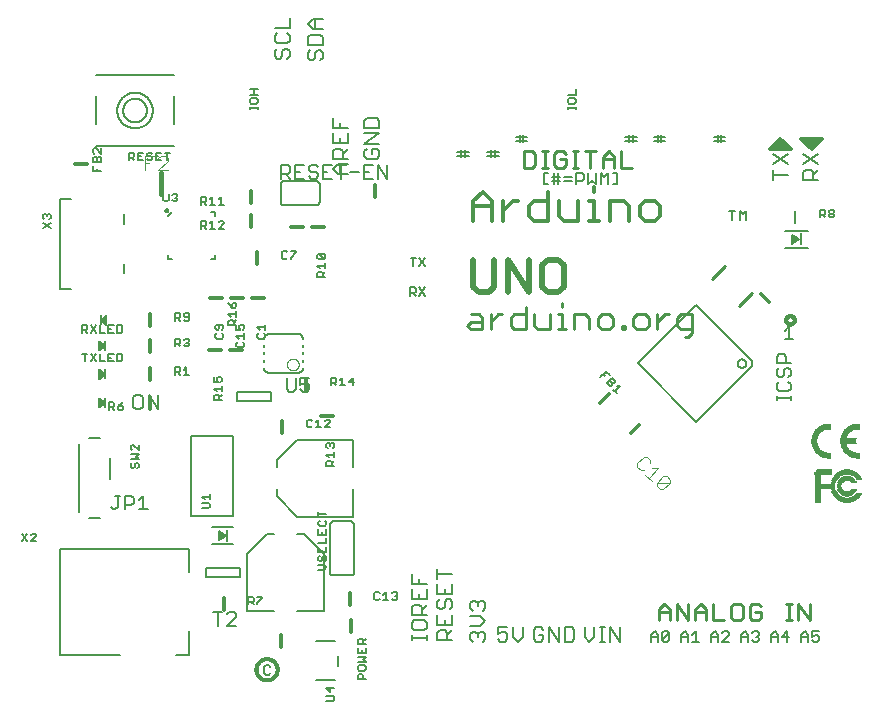
<source format=gbr>
G04 EAGLE Gerber RS-274X export*
G75*
%MOMM*%
%FSLAX34Y34*%
%LPD*%
%INSilkscreen Top*%
%IPPOS*%
%AMOC8*
5,1,8,0,0,1.08239X$1,22.5*%
G01*
%ADD10C,0.304800*%
%ADD11C,0.177800*%
%ADD12C,0.127000*%
%ADD13C,0.254000*%
%ADD14C,0.330200*%
%ADD15C,0.152400*%
%ADD16C,0.203200*%
%ADD17C,0.482600*%
%ADD18R,0.190500X0.889000*%
%ADD19R,0.200000X1.000000*%
%ADD20C,0.220000*%
%ADD21C,0.101600*%
%ADD22C,0.406400*%
%ADD23C,0.050800*%
%ADD24R,0.444500X0.012700*%
%ADD25R,0.330200X0.012700*%
%ADD26R,0.457200X0.012700*%
%ADD27R,0.520700X0.012700*%
%ADD28R,0.469900X0.012700*%
%ADD29R,0.635000X0.012700*%
%ADD30R,0.482600X0.012700*%
%ADD31R,0.736600X0.012700*%
%ADD32R,0.812800X0.012700*%
%ADD33R,0.901700X0.012700*%
%ADD34R,0.977900X0.012700*%
%ADD35R,1.041400X0.012700*%
%ADD36R,1.092200X0.012700*%
%ADD37R,1.143000X0.012700*%
%ADD38R,1.193800X0.012700*%
%ADD39R,1.257300X0.012700*%
%ADD40R,1.308100X0.012700*%
%ADD41R,1.358900X0.012700*%
%ADD42R,1.409700X0.012700*%
%ADD43R,1.460500X0.012700*%
%ADD44R,1.498600X0.012700*%
%ADD45R,1.536700X0.012700*%
%ADD46R,1.562100X0.012700*%
%ADD47R,1.600200X0.012700*%
%ADD48R,1.638300X0.012700*%
%ADD49R,1.663700X0.012700*%
%ADD50R,1.701800X0.012700*%
%ADD51R,1.727200X0.012700*%
%ADD52R,1.778000X0.012700*%
%ADD53R,1.803400X0.012700*%
%ADD54R,1.828800X0.012700*%
%ADD55R,1.854200X0.012700*%
%ADD56R,1.879600X0.012700*%
%ADD57R,1.905000X0.012700*%
%ADD58R,0.850900X0.012700*%
%ADD59R,0.774700X0.012700*%
%ADD60R,0.749300X0.012700*%
%ADD61R,0.685800X0.012700*%
%ADD62R,0.711200X0.012700*%
%ADD63R,0.673100X0.012700*%
%ADD64R,0.660400X0.012700*%
%ADD65R,0.647700X0.012700*%
%ADD66R,0.622300X0.012700*%
%ADD67R,0.609600X0.012700*%
%ADD68R,0.596900X0.012700*%
%ADD69R,0.584200X0.012700*%
%ADD70R,0.571500X0.012700*%
%ADD71R,0.558800X0.012700*%
%ADD72R,0.190500X0.012700*%
%ADD73R,0.546100X0.012700*%
%ADD74R,0.355600X0.012700*%
%ADD75R,0.533400X0.012700*%
%ADD76R,0.508000X0.012700*%
%ADD77R,0.723900X0.012700*%
%ADD78R,0.495300X0.012700*%
%ADD79R,0.825500X0.012700*%
%ADD80R,0.863600X0.012700*%
%ADD81R,0.914400X0.012700*%
%ADD82R,0.952500X0.012700*%
%ADD83R,1.016000X0.012700*%
%ADD84R,1.066800X0.012700*%
%ADD85R,1.104900X0.012700*%
%ADD86R,1.168400X0.012700*%
%ADD87R,1.219200X0.012700*%
%ADD88R,1.244600X0.012700*%
%ADD89R,0.431800X0.012700*%
%ADD90R,1.282700X0.012700*%
%ADD91R,1.333500X0.012700*%
%ADD92R,1.371600X0.012700*%
%ADD93R,1.384300X0.012700*%
%ADD94R,0.419100X0.012700*%
%ADD95R,0.406400X0.012700*%
%ADD96R,0.393700X0.012700*%
%ADD97R,0.381000X0.012700*%
%ADD98R,1.752600X0.012700*%
%ADD99R,1.739900X0.012700*%
%ADD100R,0.368300X0.012700*%
%ADD101R,1.270000X0.012700*%
%ADD102R,1.231900X0.012700*%
%ADD103R,1.206500X0.012700*%
%ADD104R,1.181100X0.012700*%
%ADD105R,1.155700X0.012700*%
%ADD106R,1.117600X0.012700*%
%ADD107R,1.054100X0.012700*%
%ADD108R,1.028700X0.012700*%
%ADD109R,0.990600X0.012700*%
%ADD110R,0.965200X0.012700*%
%ADD111R,0.927100X0.012700*%
%ADD112R,0.876300X0.012700*%
%ADD113R,0.787400X0.012700*%
%ADD114R,0.203200X0.012700*%
%ADD115R,1.473200X0.012700*%
%ADD116R,1.841500X0.012700*%
%ADD117R,1.816100X0.012700*%
%ADD118R,1.790700X0.012700*%
%ADD119R,1.765300X0.012700*%
%ADD120R,1.447800X0.012700*%
%ADD121R,1.689100X0.012700*%
%ADD122R,1.435100X0.012700*%
%ADD123R,1.612900X0.012700*%
%ADD124R,1.574800X0.012700*%
%ADD125R,1.422400X0.012700*%
%ADD126R,1.511300X0.012700*%
%ADD127R,1.397000X0.012700*%
%ADD128R,1.320800X0.012700*%
%ADD129R,1.346200X0.012700*%
%ADD130R,1.295400X0.012700*%
%ADD131R,0.127000X0.012700*%
%ADD132R,0.317500X0.012700*%
%ADD133R,0.762000X0.012700*%
%ADD134R,0.838200X0.012700*%
%ADD135R,0.939800X0.012700*%
%ADD136R,1.079500X0.012700*%
%ADD137R,1.130300X0.012700*%
%ADD138R,0.114300X0.012700*%
%ADD139R,0.800100X0.012700*%
%ADD140R,0.698500X0.012700*%
%ADD141R,0.889000X0.012700*%

G36*
X33077Y290074D02*
X33077Y290074D01*
X33095Y290072D01*
X33197Y290100D01*
X33300Y290122D01*
X33315Y290131D01*
X33332Y290136D01*
X33477Y290221D01*
X38557Y294031D01*
X38560Y294034D01*
X38564Y294036D01*
X38645Y294123D01*
X38727Y294208D01*
X38729Y294212D01*
X38732Y294215D01*
X38782Y294324D01*
X38832Y294431D01*
X38832Y294435D01*
X38834Y294439D01*
X38847Y294557D01*
X38860Y294675D01*
X38860Y294679D01*
X38860Y294684D01*
X38834Y294800D01*
X38810Y294916D01*
X38807Y294920D01*
X38806Y294924D01*
X38745Y295026D01*
X38685Y295128D01*
X38681Y295131D01*
X38679Y295134D01*
X38557Y295249D01*
X33477Y299059D01*
X33461Y299067D01*
X33448Y299080D01*
X33433Y299087D01*
X33425Y299093D01*
X33375Y299113D01*
X33352Y299124D01*
X33259Y299173D01*
X33241Y299176D01*
X33225Y299183D01*
X33120Y299195D01*
X33016Y299211D01*
X32998Y299208D01*
X32981Y299210D01*
X32878Y299188D01*
X32773Y299170D01*
X32758Y299162D01*
X32740Y299158D01*
X32650Y299104D01*
X32557Y299054D01*
X32544Y299041D01*
X32529Y299032D01*
X32460Y298952D01*
X32388Y298875D01*
X32381Y298858D01*
X32369Y298845D01*
X32330Y298747D01*
X32286Y298651D01*
X32284Y298633D01*
X32277Y298617D01*
X32259Y298450D01*
X32259Y290830D01*
X32262Y290812D01*
X32260Y290795D01*
X32281Y290691D01*
X32299Y290587D01*
X32307Y290572D01*
X32311Y290554D01*
X32364Y290463D01*
X32414Y290370D01*
X32426Y290358D01*
X32436Y290342D01*
X32515Y290273D01*
X32592Y290201D01*
X32608Y290193D01*
X32622Y290181D01*
X32719Y290141D01*
X32815Y290097D01*
X32833Y290095D01*
X32849Y290088D01*
X32955Y290081D01*
X33059Y290070D01*
X33077Y290074D01*
G37*
G36*
X33077Y265944D02*
X33077Y265944D01*
X33095Y265942D01*
X33197Y265970D01*
X33300Y265992D01*
X33315Y266001D01*
X33332Y266006D01*
X33477Y266091D01*
X38557Y269901D01*
X38560Y269904D01*
X38564Y269906D01*
X38645Y269993D01*
X38727Y270078D01*
X38729Y270082D01*
X38732Y270085D01*
X38782Y270194D01*
X38832Y270301D01*
X38832Y270305D01*
X38834Y270309D01*
X38847Y270427D01*
X38860Y270545D01*
X38860Y270549D01*
X38860Y270554D01*
X38834Y270670D01*
X38810Y270786D01*
X38807Y270790D01*
X38806Y270794D01*
X38745Y270896D01*
X38685Y270998D01*
X38681Y271001D01*
X38679Y271004D01*
X38557Y271119D01*
X33477Y274929D01*
X33461Y274937D01*
X33448Y274950D01*
X33433Y274957D01*
X33425Y274963D01*
X33375Y274983D01*
X33352Y274994D01*
X33259Y275043D01*
X33241Y275046D01*
X33225Y275053D01*
X33120Y275065D01*
X33016Y275081D01*
X32998Y275078D01*
X32981Y275080D01*
X32878Y275058D01*
X32773Y275040D01*
X32758Y275032D01*
X32740Y275028D01*
X32650Y274974D01*
X32557Y274924D01*
X32544Y274911D01*
X32529Y274902D01*
X32460Y274822D01*
X32388Y274745D01*
X32381Y274728D01*
X32369Y274715D01*
X32330Y274617D01*
X32286Y274521D01*
X32284Y274503D01*
X32277Y274487D01*
X32259Y274320D01*
X32259Y266700D01*
X32262Y266682D01*
X32260Y266665D01*
X32281Y266561D01*
X32299Y266457D01*
X32307Y266442D01*
X32311Y266424D01*
X32364Y266333D01*
X32414Y266240D01*
X32426Y266228D01*
X32436Y266212D01*
X32515Y266143D01*
X32592Y266071D01*
X32608Y266063D01*
X32622Y266051D01*
X32719Y266011D01*
X32815Y265967D01*
X32833Y265965D01*
X32849Y265958D01*
X32955Y265951D01*
X33059Y265940D01*
X33077Y265944D01*
G37*
G36*
X33077Y241814D02*
X33077Y241814D01*
X33095Y241812D01*
X33197Y241840D01*
X33300Y241862D01*
X33315Y241871D01*
X33332Y241876D01*
X33477Y241961D01*
X38557Y245771D01*
X38560Y245774D01*
X38564Y245776D01*
X38645Y245863D01*
X38727Y245948D01*
X38729Y245952D01*
X38732Y245955D01*
X38782Y246064D01*
X38832Y246171D01*
X38832Y246175D01*
X38834Y246179D01*
X38847Y246297D01*
X38860Y246415D01*
X38860Y246419D01*
X38860Y246424D01*
X38834Y246540D01*
X38810Y246656D01*
X38807Y246660D01*
X38806Y246664D01*
X38745Y246766D01*
X38685Y246868D01*
X38681Y246871D01*
X38679Y246874D01*
X38557Y246989D01*
X33477Y250799D01*
X33461Y250807D01*
X33448Y250820D01*
X33433Y250827D01*
X33425Y250833D01*
X33375Y250853D01*
X33352Y250864D01*
X33259Y250913D01*
X33241Y250916D01*
X33225Y250923D01*
X33120Y250935D01*
X33016Y250951D01*
X32998Y250948D01*
X32981Y250950D01*
X32878Y250928D01*
X32773Y250910D01*
X32758Y250902D01*
X32740Y250898D01*
X32650Y250844D01*
X32557Y250794D01*
X32544Y250781D01*
X32529Y250772D01*
X32460Y250692D01*
X32388Y250615D01*
X32381Y250598D01*
X32369Y250585D01*
X32330Y250487D01*
X32286Y250391D01*
X32284Y250373D01*
X32277Y250357D01*
X32259Y250190D01*
X32259Y242570D01*
X32262Y242552D01*
X32260Y242535D01*
X32281Y242431D01*
X32299Y242327D01*
X32307Y242312D01*
X32311Y242294D01*
X32364Y242203D01*
X32414Y242110D01*
X32426Y242098D01*
X32436Y242082D01*
X32515Y242013D01*
X32592Y241941D01*
X32608Y241933D01*
X32622Y241921D01*
X32719Y241881D01*
X32815Y241837D01*
X32833Y241835D01*
X32849Y241828D01*
X32955Y241821D01*
X33059Y241810D01*
X33077Y241814D01*
G37*
G36*
X39392Y311662D02*
X39392Y311662D01*
X39409Y311660D01*
X39512Y311682D01*
X39617Y311700D01*
X39632Y311708D01*
X39650Y311712D01*
X39740Y311766D01*
X39834Y311816D01*
X39846Y311829D01*
X39861Y311838D01*
X39930Y311918D01*
X40002Y311995D01*
X40009Y312012D01*
X40021Y312025D01*
X40060Y312123D01*
X40104Y312219D01*
X40106Y312237D01*
X40113Y312253D01*
X40131Y312420D01*
X40131Y320040D01*
X40129Y320057D01*
X40130Y320072D01*
X40130Y320075D01*
X40109Y320179D01*
X40092Y320283D01*
X40083Y320298D01*
X40080Y320316D01*
X40026Y320407D01*
X39976Y320500D01*
X39964Y320512D01*
X39955Y320528D01*
X39875Y320597D01*
X39798Y320670D01*
X39782Y320677D01*
X39768Y320689D01*
X39671Y320729D01*
X39575Y320773D01*
X39557Y320775D01*
X39541Y320782D01*
X39435Y320789D01*
X39331Y320800D01*
X39313Y320796D01*
X39295Y320798D01*
X39193Y320770D01*
X39120Y320754D01*
X39117Y320754D01*
X39090Y320748D01*
X39075Y320739D01*
X39058Y320734D01*
X38913Y320649D01*
X33833Y316839D01*
X33830Y316836D01*
X33827Y316834D01*
X33745Y316747D01*
X33663Y316662D01*
X33661Y316658D01*
X33658Y316655D01*
X33608Y316546D01*
X33558Y316439D01*
X33558Y316435D01*
X33556Y316431D01*
X33543Y316313D01*
X33530Y316195D01*
X33530Y316191D01*
X33530Y316186D01*
X33556Y316070D01*
X33581Y315954D01*
X33583Y315950D01*
X33584Y315946D01*
X33645Y315844D01*
X33706Y315742D01*
X33709Y315739D01*
X33711Y315736D01*
X33833Y315621D01*
X38913Y311811D01*
X38929Y311803D01*
X38942Y311791D01*
X39038Y311746D01*
X39131Y311697D01*
X39149Y311694D01*
X39165Y311687D01*
X39270Y311675D01*
X39374Y311659D01*
X39392Y311662D01*
G37*
G36*
X621615Y381803D02*
X621615Y381803D01*
X621686Y381801D01*
X621756Y381820D01*
X621827Y381828D01*
X621882Y381853D01*
X621961Y381873D01*
X622064Y381934D01*
X622133Y381965D01*
X625133Y383965D01*
X625220Y384042D01*
X625310Y384115D01*
X625325Y384137D01*
X625345Y384155D01*
X625407Y384252D01*
X625474Y384347D01*
X625482Y384373D01*
X625497Y384395D01*
X625529Y384506D01*
X625567Y384616D01*
X625568Y384643D01*
X625575Y384668D01*
X625575Y384784D01*
X625581Y384900D01*
X625575Y384926D01*
X625575Y384953D01*
X625543Y385064D01*
X625517Y385177D01*
X625504Y385200D01*
X625496Y385226D01*
X625434Y385324D01*
X625378Y385425D01*
X625360Y385441D01*
X625345Y385466D01*
X625137Y385651D01*
X625133Y385655D01*
X622133Y387655D01*
X622069Y387686D01*
X622009Y387726D01*
X621941Y387747D01*
X621877Y387778D01*
X621806Y387790D01*
X621738Y387811D01*
X621667Y387813D01*
X621597Y387825D01*
X621525Y387817D01*
X621454Y387819D01*
X621385Y387801D01*
X621314Y387792D01*
X621248Y387765D01*
X621179Y387747D01*
X621118Y387710D01*
X621052Y387683D01*
X620996Y387638D01*
X620934Y387602D01*
X620885Y387550D01*
X620830Y387505D01*
X620789Y387447D01*
X620740Y387394D01*
X620707Y387331D01*
X620666Y387273D01*
X620643Y387205D01*
X620610Y387141D01*
X620600Y387082D01*
X620573Y387004D01*
X620567Y386885D01*
X620555Y386810D01*
X620555Y382810D01*
X620565Y382739D01*
X620565Y382667D01*
X620585Y382599D01*
X620595Y382529D01*
X620624Y382463D01*
X620644Y382394D01*
X620682Y382334D01*
X620711Y382269D01*
X620757Y382214D01*
X620795Y382154D01*
X620849Y382106D01*
X620895Y382052D01*
X620954Y382012D01*
X621008Y381965D01*
X621072Y381934D01*
X621131Y381895D01*
X621200Y381873D01*
X621264Y381842D01*
X621334Y381830D01*
X621402Y381809D01*
X621474Y381807D01*
X621545Y381795D01*
X621615Y381803D01*
G37*
G36*
X135459Y130851D02*
X135459Y130851D01*
X135530Y130849D01*
X135600Y130868D01*
X135671Y130876D01*
X135726Y130901D01*
X135805Y130921D01*
X135908Y130982D01*
X135977Y131013D01*
X138977Y133013D01*
X139064Y133090D01*
X139154Y133163D01*
X139169Y133185D01*
X139189Y133203D01*
X139251Y133300D01*
X139318Y133395D01*
X139326Y133421D01*
X139341Y133443D01*
X139373Y133554D01*
X139411Y133664D01*
X139412Y133691D01*
X139419Y133716D01*
X139419Y133832D01*
X139425Y133948D01*
X139419Y133974D01*
X139419Y134001D01*
X139387Y134112D01*
X139361Y134225D01*
X139348Y134248D01*
X139340Y134274D01*
X139278Y134372D01*
X139222Y134473D01*
X139204Y134489D01*
X139189Y134514D01*
X138981Y134699D01*
X138977Y134703D01*
X135977Y136703D01*
X135913Y136734D01*
X135853Y136774D01*
X135785Y136795D01*
X135721Y136826D01*
X135650Y136838D01*
X135582Y136859D01*
X135511Y136861D01*
X135441Y136873D01*
X135369Y136865D01*
X135298Y136867D01*
X135229Y136849D01*
X135158Y136840D01*
X135092Y136813D01*
X135023Y136795D01*
X134962Y136758D01*
X134896Y136731D01*
X134840Y136686D01*
X134778Y136650D01*
X134729Y136598D01*
X134674Y136553D01*
X134633Y136495D01*
X134584Y136442D01*
X134551Y136379D01*
X134510Y136321D01*
X134487Y136253D01*
X134454Y136189D01*
X134444Y136130D01*
X134417Y136052D01*
X134411Y135933D01*
X134399Y135858D01*
X134399Y131858D01*
X134409Y131787D01*
X134409Y131715D01*
X134429Y131647D01*
X134439Y131577D01*
X134468Y131511D01*
X134488Y131442D01*
X134526Y131382D01*
X134555Y131317D01*
X134601Y131262D01*
X134639Y131202D01*
X134693Y131154D01*
X134739Y131100D01*
X134798Y131060D01*
X134852Y131013D01*
X134916Y130982D01*
X134975Y130943D01*
X135044Y130921D01*
X135108Y130890D01*
X135178Y130878D01*
X135246Y130857D01*
X135318Y130855D01*
X135389Y130843D01*
X135459Y130851D01*
G37*
D10*
X600710Y461010D02*
X618490Y461010D01*
X609600Y469900D01*
X600710Y461010D01*
X627380Y469900D02*
X645160Y469900D01*
X636270Y461010D02*
X627380Y469900D01*
X636270Y461010D02*
X645160Y469900D01*
X609600Y467360D02*
X604520Y462280D01*
X609600Y467360D02*
X614680Y462280D01*
X607060Y462280D01*
X610870Y464820D01*
X631190Y468630D02*
X641350Y468630D01*
X636270Y463550D01*
X632460Y467360D01*
X637540Y467360D01*
X636270Y466090D02*
X636270Y464820D01*
D11*
X378763Y56526D02*
X370459Y56526D01*
X370459Y50297D01*
X374611Y52373D01*
X376687Y52373D01*
X378763Y50297D01*
X378763Y46145D01*
X376687Y44069D01*
X372535Y44069D01*
X370459Y46145D01*
X383556Y48221D02*
X383556Y56526D01*
X383556Y48221D02*
X387708Y44069D01*
X391861Y48221D01*
X391861Y56526D01*
D12*
X500521Y49869D02*
X500521Y43937D01*
X500521Y49869D02*
X503487Y52835D01*
X506453Y49869D01*
X506453Y43937D01*
X506453Y48386D02*
X500521Y48386D01*
X509876Y45420D02*
X509876Y51352D01*
X511359Y52835D01*
X514325Y52835D01*
X515808Y51352D01*
X515808Y45420D01*
X514325Y43937D01*
X511359Y43937D01*
X509876Y45420D01*
X515808Y51352D01*
D13*
X506730Y62230D02*
X506730Y71721D01*
X511475Y76466D01*
X516221Y71721D01*
X516221Y62230D01*
X516221Y69348D02*
X506730Y69348D01*
X522166Y62230D02*
X522166Y76466D01*
X531657Y62230D01*
X531657Y76466D01*
X537602Y71721D02*
X537602Y62230D01*
X537602Y71721D02*
X542348Y76466D01*
X547093Y71721D01*
X547093Y62230D01*
X547093Y69348D02*
X537602Y69348D01*
X553038Y76466D02*
X553038Y62230D01*
X562529Y62230D01*
X570847Y76466D02*
X575592Y76466D01*
X570847Y76466D02*
X568474Y74093D01*
X568474Y64603D01*
X570847Y62230D01*
X575592Y62230D01*
X577965Y64603D01*
X577965Y74093D01*
X575592Y76466D01*
X591028Y76466D02*
X593401Y74093D01*
X591028Y76466D02*
X586283Y76466D01*
X583910Y74093D01*
X583910Y64603D01*
X586283Y62230D01*
X591028Y62230D01*
X593401Y64603D01*
X593401Y69348D01*
X588656Y69348D01*
X614782Y62230D02*
X619528Y62230D01*
X617155Y62230D02*
X617155Y76466D01*
X614782Y76466D02*
X619528Y76466D01*
X625073Y76466D02*
X625073Y62230D01*
X634564Y62230D02*
X625073Y76466D01*
X634564Y76466D02*
X634564Y62230D01*
X392794Y445412D02*
X392794Y459648D01*
X392794Y445412D02*
X399912Y445412D01*
X402285Y447785D01*
X402285Y457275D01*
X399912Y459648D01*
X392794Y459648D01*
X408230Y445412D02*
X412975Y445412D01*
X410603Y445412D02*
X410603Y459648D01*
X412975Y459648D02*
X408230Y459648D01*
X425639Y459648D02*
X428012Y457275D01*
X425639Y459648D02*
X420893Y459648D01*
X418521Y457275D01*
X418521Y447785D01*
X420893Y445412D01*
X425639Y445412D01*
X428012Y447785D01*
X428012Y452530D01*
X423266Y452530D01*
X433957Y445412D02*
X438702Y445412D01*
X436330Y445412D02*
X436330Y459648D01*
X438702Y459648D02*
X433957Y459648D01*
X448993Y459648D02*
X448993Y445412D01*
X444248Y459648D02*
X453738Y459648D01*
X459684Y454903D02*
X459684Y445412D01*
X459684Y454903D02*
X464429Y459648D01*
X469174Y454903D01*
X469174Y445412D01*
X469174Y452530D02*
X459684Y452530D01*
X475120Y459648D02*
X475120Y445412D01*
X484610Y445412D01*
D14*
X349631Y416870D02*
X349631Y400431D01*
X349631Y416870D02*
X357851Y425090D01*
X366070Y416870D01*
X366070Y400431D01*
X366070Y412761D02*
X349631Y412761D01*
X375358Y416870D02*
X375358Y400431D01*
X375358Y408651D02*
X383577Y416870D01*
X387687Y416870D01*
X413236Y425090D02*
X413236Y400431D01*
X400907Y400431D01*
X396797Y404541D01*
X396797Y412761D01*
X400907Y416870D01*
X413236Y416870D01*
X422524Y416870D02*
X422524Y404541D01*
X426633Y400431D01*
X438963Y400431D01*
X438963Y416870D01*
X448250Y416870D02*
X452360Y416870D01*
X452360Y400431D01*
X448250Y400431D02*
X456470Y400431D01*
X452360Y425090D02*
X452360Y429200D01*
X465402Y416870D02*
X465402Y400431D01*
X465402Y416870D02*
X477731Y416870D01*
X481841Y412761D01*
X481841Y400431D01*
X495238Y400431D02*
X503458Y400431D01*
X507568Y404541D01*
X507568Y412761D01*
X503458Y416870D01*
X495238Y416870D01*
X491128Y412761D01*
X491128Y404541D01*
X495238Y400431D01*
D15*
X243630Y439995D02*
X235156Y439995D01*
X230919Y444232D01*
X235156Y448469D01*
X243630Y448469D01*
X237275Y448469D02*
X237275Y439995D01*
X243630Y453092D02*
X230919Y453092D01*
X230919Y459448D01*
X233038Y461566D01*
X237275Y461566D01*
X239393Y459448D01*
X239393Y453092D01*
X239393Y457329D02*
X243630Y461566D01*
X230919Y466189D02*
X230919Y474663D01*
X230919Y466189D02*
X243630Y466189D01*
X243630Y474663D01*
X237275Y470426D02*
X237275Y466189D01*
X243630Y479287D02*
X230919Y479287D01*
X230919Y487761D01*
X237275Y483524D02*
X237275Y479287D01*
D16*
X613480Y307578D02*
X617039Y311137D01*
X617039Y300460D01*
X613480Y300460D02*
X620598Y300460D01*
D15*
X259600Y461312D02*
X257481Y459194D01*
X257481Y454957D01*
X259600Y452838D01*
X268074Y452838D01*
X270192Y454957D01*
X270192Y459194D01*
X268074Y461312D01*
X263837Y461312D01*
X263837Y457075D01*
X270192Y465935D02*
X257481Y465935D01*
X270192Y474409D01*
X257481Y474409D01*
X257481Y479033D02*
X270192Y479033D01*
X270192Y485388D01*
X268074Y487507D01*
X259600Y487507D01*
X257481Y485388D01*
X257481Y479033D01*
X603703Y439461D02*
X616414Y439461D01*
X603703Y435224D02*
X603703Y443698D01*
X603703Y448321D02*
X616414Y456795D01*
X616414Y448321D02*
X603703Y456795D01*
X629147Y435102D02*
X641858Y435102D01*
X629147Y435102D02*
X629147Y441457D01*
X631266Y443576D01*
X635503Y443576D01*
X637621Y441457D01*
X637621Y435102D01*
X637621Y439339D02*
X641858Y443576D01*
X641858Y456673D02*
X629147Y448199D01*
X629147Y456673D02*
X641858Y448199D01*
D12*
X299105Y368941D02*
X299105Y362077D01*
X296817Y368941D02*
X301393Y368941D01*
X304301Y368941D02*
X308877Y362077D01*
X304301Y362077D02*
X308877Y368941D01*
X296545Y344049D02*
X296545Y337185D01*
X296545Y344049D02*
X299977Y344049D01*
X301121Y342905D01*
X301121Y340617D01*
X299977Y339473D01*
X296545Y339473D01*
X298833Y339473D02*
X301121Y337185D01*
X304029Y344049D02*
X308605Y337185D01*
X304029Y337185D02*
X308605Y344049D01*
D17*
X349885Y344724D02*
X349885Y367180D01*
X349885Y344724D02*
X354376Y340233D01*
X363359Y340233D01*
X367850Y344724D01*
X367850Y367180D01*
X379120Y367180D02*
X379120Y340233D01*
X397085Y340233D02*
X379120Y367180D01*
X397085Y367180D02*
X397085Y340233D01*
X412846Y367180D02*
X421828Y367180D01*
X412846Y367180D02*
X408355Y362689D01*
X408355Y344724D01*
X412846Y340233D01*
X421828Y340233D01*
X426320Y344724D01*
X426320Y362689D01*
X421828Y367180D01*
D15*
X331978Y45212D02*
X319267Y45212D01*
X319267Y51567D01*
X321386Y53686D01*
X325623Y53686D01*
X327741Y51567D01*
X327741Y45212D01*
X327741Y49449D02*
X331978Y53686D01*
X319267Y58309D02*
X319267Y66783D01*
X319267Y58309D02*
X331978Y58309D01*
X331978Y66783D01*
X325623Y62546D02*
X325623Y58309D01*
X319267Y77762D02*
X321386Y79880D01*
X319267Y77762D02*
X319267Y73525D01*
X321386Y71407D01*
X323504Y71407D01*
X325623Y73525D01*
X325623Y77762D01*
X327741Y79880D01*
X329860Y79880D01*
X331978Y77762D01*
X331978Y73525D01*
X329860Y71407D01*
X319267Y84504D02*
X319267Y92978D01*
X319267Y84504D02*
X331978Y84504D01*
X331978Y92978D01*
X325623Y88741D02*
X325623Y84504D01*
X331978Y101838D02*
X319267Y101838D01*
X319267Y97601D02*
X319267Y106075D01*
X347207Y46060D02*
X349326Y43942D01*
X347207Y46060D02*
X347207Y50297D01*
X349326Y52416D01*
X351444Y52416D01*
X353563Y50297D01*
X353563Y48179D01*
X353563Y50297D02*
X355681Y52416D01*
X357800Y52416D01*
X359918Y50297D01*
X359918Y46060D01*
X357800Y43942D01*
X355681Y57039D02*
X347207Y57039D01*
X355681Y57039D02*
X359918Y61276D01*
X355681Y65513D01*
X347207Y65513D01*
X349326Y70137D02*
X347207Y72255D01*
X347207Y76492D01*
X349326Y78610D01*
X351444Y78610D01*
X353563Y76492D01*
X353563Y74373D01*
X353563Y76492D02*
X355681Y78610D01*
X357800Y78610D01*
X359918Y76492D01*
X359918Y72255D01*
X357800Y70137D01*
D16*
X568878Y401066D02*
X568878Y409201D01*
X571589Y409201D02*
X566166Y409201D01*
X575521Y409201D02*
X575521Y401066D01*
X578233Y406489D02*
X575521Y409201D01*
X578233Y406489D02*
X580944Y409201D01*
X580944Y401066D01*
D12*
X525921Y49869D02*
X525921Y43937D01*
X525921Y49869D02*
X528887Y52835D01*
X531853Y49869D01*
X531853Y43937D01*
X531853Y48386D02*
X525921Y48386D01*
X535276Y49869D02*
X538242Y52835D01*
X538242Y43937D01*
X535276Y43937D02*
X541208Y43937D01*
X551321Y43937D02*
X551321Y49869D01*
X554287Y52835D01*
X557253Y49869D01*
X557253Y43937D01*
X557253Y48386D02*
X551321Y48386D01*
X560676Y43937D02*
X566608Y43937D01*
X560676Y43937D02*
X566608Y49869D01*
X566608Y51352D01*
X565125Y52835D01*
X562159Y52835D01*
X560676Y51352D01*
X576721Y49869D02*
X576721Y43937D01*
X576721Y49869D02*
X579687Y52835D01*
X582653Y49869D01*
X582653Y43937D01*
X582653Y48386D02*
X576721Y48386D01*
X586076Y51352D02*
X587559Y52835D01*
X590525Y52835D01*
X592008Y51352D01*
X592008Y49869D01*
X590525Y48386D01*
X589042Y48386D01*
X590525Y48386D02*
X592008Y46903D01*
X592008Y45420D01*
X590525Y43937D01*
X587559Y43937D01*
X586076Y45420D01*
X602121Y43937D02*
X602121Y49869D01*
X605087Y52835D01*
X608053Y49869D01*
X608053Y43937D01*
X608053Y48386D02*
X602121Y48386D01*
X615925Y43937D02*
X615925Y52835D01*
X611476Y48386D01*
X617408Y48386D01*
X627521Y49869D02*
X627521Y43937D01*
X627521Y49869D02*
X630487Y52835D01*
X633453Y49869D01*
X633453Y43937D01*
X633453Y48386D02*
X627521Y48386D01*
X636876Y52835D02*
X642808Y52835D01*
X636876Y52835D02*
X636876Y48386D01*
X639842Y49869D01*
X641325Y49869D01*
X642808Y48386D01*
X642808Y45420D01*
X641325Y43937D01*
X638359Y43937D01*
X636876Y45420D01*
D11*
X444119Y48221D02*
X444119Y56526D01*
X444119Y48221D02*
X448271Y44069D01*
X452423Y48221D01*
X452423Y56526D01*
X457216Y44069D02*
X461368Y44069D01*
X459292Y44069D02*
X459292Y56526D01*
X457216Y56526D02*
X461368Y56526D01*
X465948Y56526D02*
X465948Y44069D01*
X474252Y44069D02*
X465948Y56526D01*
X474252Y56526D02*
X474252Y44069D01*
X409327Y54318D02*
X407251Y56394D01*
X403099Y56394D01*
X401023Y54318D01*
X401023Y46013D01*
X403099Y43937D01*
X407251Y43937D01*
X409327Y46013D01*
X409327Y50165D01*
X405175Y50165D01*
X414120Y43937D02*
X414120Y56394D01*
X422425Y43937D01*
X422425Y56394D01*
X427218Y56394D02*
X427218Y43937D01*
X433446Y43937D01*
X435522Y46013D01*
X435522Y54318D01*
X433446Y56394D01*
X427218Y56394D01*
D15*
X412922Y431292D02*
X409702Y431292D01*
X409702Y440952D01*
X412922Y440952D01*
X418173Y440952D02*
X418173Y431292D01*
X421393Y431292D02*
X421393Y440952D01*
X421393Y437732D02*
X416562Y437732D01*
X421393Y437732D02*
X423003Y437732D01*
X423003Y434512D02*
X416562Y434512D01*
X426853Y434512D02*
X433293Y434512D01*
X433293Y437732D02*
X426853Y437732D01*
X437144Y440952D02*
X437144Y431292D01*
X437144Y440952D02*
X441974Y440952D01*
X443584Y439342D01*
X443584Y436122D01*
X441974Y434512D01*
X437144Y434512D01*
X447435Y431292D02*
X447435Y440952D01*
X450655Y434512D02*
X447435Y431292D01*
X450655Y434512D02*
X453875Y431292D01*
X453875Y440952D01*
X457725Y440952D02*
X457725Y431292D01*
X460945Y437732D02*
X457725Y440952D01*
X460945Y437732D02*
X464165Y440952D01*
X464165Y431292D01*
X468016Y431292D02*
X471236Y431292D01*
X471236Y440952D01*
X468016Y440952D01*
X345948Y455762D02*
X336288Y455762D01*
X336288Y458982D02*
X345948Y458982D01*
X339508Y458982D02*
X339508Y454152D01*
X339508Y458982D02*
X339508Y460592D01*
X342728Y460592D02*
X342728Y454152D01*
X361688Y455762D02*
X371348Y455762D01*
X371348Y458982D02*
X361688Y458982D01*
X364908Y458982D02*
X364908Y454152D01*
X364908Y458982D02*
X364908Y460592D01*
X368128Y460592D02*
X368128Y454152D01*
X502658Y468462D02*
X512318Y468462D01*
X512318Y471682D02*
X502658Y471682D01*
X505878Y471682D02*
X505878Y466852D01*
X505878Y471682D02*
X505878Y473292D01*
X509098Y473292D02*
X509098Y466852D01*
X553458Y468462D02*
X563118Y468462D01*
X563118Y471682D02*
X553458Y471682D01*
X556678Y471682D02*
X556678Y466852D01*
X556678Y471682D02*
X556678Y473292D01*
X559898Y473292D02*
X559898Y466852D01*
X488188Y468462D02*
X478528Y468462D01*
X478528Y471682D02*
X488188Y471682D01*
X481748Y471682D02*
X481748Y466852D01*
X481748Y471682D02*
X481748Y473292D01*
X484968Y473292D02*
X484968Y466852D01*
X395478Y468462D02*
X385818Y468462D01*
X385818Y471682D02*
X395478Y471682D01*
X389038Y471682D02*
X389038Y466852D01*
X389038Y471682D02*
X389038Y473292D01*
X392258Y473292D02*
X392258Y466852D01*
D13*
X354338Y321490D02*
X347898Y321490D01*
X354338Y321490D02*
X357558Y318270D01*
X357558Y308610D01*
X347898Y308610D01*
X344678Y311830D01*
X347898Y315050D01*
X357558Y315050D01*
X364792Y308610D02*
X364792Y321490D01*
X364792Y315050D02*
X371232Y321490D01*
X374452Y321490D01*
X394433Y327931D02*
X394433Y308610D01*
X384773Y308610D01*
X381553Y311830D01*
X381553Y318270D01*
X384773Y321490D01*
X394433Y321490D01*
X401667Y321490D02*
X401667Y311830D01*
X404887Y308610D01*
X414547Y308610D01*
X414547Y321490D01*
X421780Y321490D02*
X425000Y321490D01*
X425000Y308610D01*
X421780Y308610D02*
X428221Y308610D01*
X425000Y327931D02*
X425000Y331151D01*
X435189Y321490D02*
X435189Y308610D01*
X435189Y321490D02*
X444850Y321490D01*
X448070Y318270D01*
X448070Y308610D01*
X458523Y308610D02*
X464963Y308610D01*
X468183Y311830D01*
X468183Y318270D01*
X464963Y321490D01*
X458523Y321490D01*
X455303Y318270D01*
X455303Y311830D01*
X458523Y308610D01*
X475417Y308610D02*
X475417Y311830D01*
X478637Y311830D01*
X478637Y308610D01*
X475417Y308610D01*
X488694Y308610D02*
X495134Y308610D01*
X498354Y311830D01*
X498354Y318270D01*
X495134Y321490D01*
X488694Y321490D01*
X485474Y318270D01*
X485474Y311830D01*
X488694Y308610D01*
X505587Y308610D02*
X505587Y321490D01*
X505587Y315050D02*
X512027Y321490D01*
X515247Y321490D01*
X528789Y302170D02*
X532009Y302170D01*
X535229Y305390D01*
X535229Y321490D01*
X525569Y321490D01*
X522349Y318270D01*
X522349Y311830D01*
X525569Y308610D01*
X535229Y308610D01*
D15*
X310388Y49449D02*
X310388Y45212D01*
X310388Y47330D02*
X297677Y47330D01*
X297677Y45212D02*
X297677Y49449D01*
X297677Y56062D02*
X297677Y60299D01*
X297677Y56062D02*
X299796Y53944D01*
X308270Y53944D01*
X310388Y56062D01*
X310388Y60299D01*
X308270Y62417D01*
X299796Y62417D01*
X297677Y60299D01*
X297677Y67041D02*
X310388Y67041D01*
X297677Y67041D02*
X297677Y73396D01*
X299796Y75515D01*
X304033Y75515D01*
X306151Y73396D01*
X306151Y67041D01*
X306151Y71278D02*
X310388Y75515D01*
X297677Y80138D02*
X297677Y88612D01*
X297677Y80138D02*
X310388Y80138D01*
X310388Y88612D01*
X304033Y84375D02*
X304033Y80138D01*
X310388Y93235D02*
X297677Y93235D01*
X297677Y101709D01*
X304033Y97472D02*
X304033Y93235D01*
X209749Y542925D02*
X211868Y545044D01*
X209749Y542925D02*
X209749Y538688D01*
X211868Y536570D01*
X213986Y536570D01*
X216105Y538688D01*
X216105Y542925D01*
X218223Y545044D01*
X220342Y545044D01*
X222460Y542925D01*
X222460Y538688D01*
X220342Y536570D01*
X222460Y549667D02*
X209749Y549667D01*
X222460Y549667D02*
X222460Y556023D01*
X220342Y558141D01*
X211868Y558141D01*
X209749Y556023D01*
X209749Y549667D01*
X213986Y562765D02*
X222460Y562765D01*
X213986Y562765D02*
X209749Y567001D01*
X213986Y571238D01*
X222460Y571238D01*
X216105Y571238D02*
X216105Y562765D01*
X183928Y546314D02*
X181809Y544195D01*
X181809Y539958D01*
X183928Y537840D01*
X186046Y537840D01*
X188165Y539958D01*
X188165Y544195D01*
X190283Y546314D01*
X192402Y546314D01*
X194520Y544195D01*
X194520Y539958D01*
X192402Y537840D01*
X181809Y557293D02*
X183928Y559411D01*
X181809Y557293D02*
X181809Y553056D01*
X183928Y550937D01*
X192402Y550937D01*
X194520Y553056D01*
X194520Y557293D01*
X192402Y559411D01*
X194520Y564035D02*
X181809Y564035D01*
X194520Y564035D02*
X194520Y572508D01*
D10*
X614898Y316230D02*
X614900Y316349D01*
X614906Y316469D01*
X614916Y316588D01*
X614930Y316706D01*
X614948Y316824D01*
X614969Y316942D01*
X614995Y317058D01*
X615024Y317174D01*
X615058Y317289D01*
X615095Y317402D01*
X615136Y317514D01*
X615180Y317625D01*
X615228Y317735D01*
X615280Y317842D01*
X615335Y317948D01*
X615394Y318052D01*
X615457Y318154D01*
X615522Y318253D01*
X615591Y318351D01*
X615663Y318446D01*
X615738Y318539D01*
X615817Y318629D01*
X615898Y318717D01*
X615982Y318801D01*
X616069Y318883D01*
X616158Y318962D01*
X616250Y319038D01*
X616345Y319111D01*
X616442Y319181D01*
X616541Y319247D01*
X616643Y319310D01*
X616746Y319370D01*
X616851Y319426D01*
X616958Y319479D01*
X617067Y319528D01*
X617178Y319574D01*
X617290Y319615D01*
X617403Y319653D01*
X617517Y319688D01*
X617633Y319718D01*
X617749Y319745D01*
X617866Y319767D01*
X617984Y319786D01*
X618103Y319801D01*
X618222Y319812D01*
X618341Y319819D01*
X618460Y319822D01*
X618580Y319821D01*
X618699Y319816D01*
X618818Y319807D01*
X618937Y319794D01*
X619055Y319777D01*
X619172Y319757D01*
X619289Y319732D01*
X619405Y319703D01*
X619520Y319671D01*
X619634Y319635D01*
X619747Y319595D01*
X619858Y319551D01*
X619967Y319504D01*
X620075Y319453D01*
X620182Y319399D01*
X620286Y319341D01*
X620388Y319279D01*
X620489Y319215D01*
X620587Y319146D01*
X620683Y319075D01*
X620776Y319001D01*
X620867Y318923D01*
X620955Y318843D01*
X621040Y318759D01*
X621123Y318673D01*
X621203Y318584D01*
X621280Y318493D01*
X621353Y318399D01*
X621424Y318302D01*
X621491Y318204D01*
X621555Y318103D01*
X621616Y318000D01*
X621673Y317895D01*
X621726Y317789D01*
X621776Y317680D01*
X621823Y317570D01*
X621865Y317459D01*
X621904Y317346D01*
X621940Y317232D01*
X621971Y317116D01*
X621998Y317000D01*
X622022Y316883D01*
X622042Y316765D01*
X622058Y316647D01*
X622070Y316528D01*
X622078Y316409D01*
X622082Y316290D01*
X622082Y316170D01*
X622078Y316051D01*
X622070Y315932D01*
X622058Y315813D01*
X622042Y315695D01*
X622022Y315577D01*
X621998Y315460D01*
X621971Y315344D01*
X621940Y315228D01*
X621904Y315114D01*
X621865Y315001D01*
X621823Y314890D01*
X621776Y314780D01*
X621726Y314671D01*
X621673Y314565D01*
X621616Y314460D01*
X621555Y314357D01*
X621491Y314256D01*
X621424Y314158D01*
X621353Y314061D01*
X621280Y313967D01*
X621203Y313876D01*
X621123Y313787D01*
X621040Y313701D01*
X620955Y313617D01*
X620867Y313537D01*
X620776Y313459D01*
X620683Y313385D01*
X620587Y313314D01*
X620489Y313245D01*
X620388Y313181D01*
X620286Y313119D01*
X620182Y313061D01*
X620075Y313007D01*
X619967Y312956D01*
X619858Y312909D01*
X619747Y312865D01*
X619634Y312825D01*
X619520Y312789D01*
X619405Y312757D01*
X619289Y312728D01*
X619172Y312703D01*
X619055Y312683D01*
X618937Y312666D01*
X618818Y312653D01*
X618699Y312644D01*
X618580Y312639D01*
X618460Y312638D01*
X618341Y312641D01*
X618222Y312648D01*
X618103Y312659D01*
X617984Y312674D01*
X617866Y312693D01*
X617749Y312715D01*
X617633Y312742D01*
X617517Y312772D01*
X617403Y312807D01*
X617290Y312845D01*
X617178Y312886D01*
X617067Y312932D01*
X616958Y312981D01*
X616851Y313034D01*
X616746Y313090D01*
X616643Y313150D01*
X616541Y313213D01*
X616442Y313279D01*
X616345Y313349D01*
X616250Y313422D01*
X616158Y313498D01*
X616069Y313577D01*
X615982Y313659D01*
X615898Y313743D01*
X615817Y313831D01*
X615738Y313921D01*
X615663Y314014D01*
X615591Y314109D01*
X615522Y314207D01*
X615457Y314306D01*
X615394Y314408D01*
X615335Y314512D01*
X615280Y314618D01*
X615228Y314725D01*
X615180Y314835D01*
X615136Y314946D01*
X615095Y315058D01*
X615058Y315171D01*
X615024Y315286D01*
X614995Y315402D01*
X614969Y315518D01*
X614948Y315636D01*
X614930Y315754D01*
X614916Y315872D01*
X614906Y315991D01*
X614900Y316111D01*
X614898Y316230D01*
D15*
X538581Y230114D02*
X489013Y279682D01*
X538581Y329250D01*
X585639Y282192D01*
X585639Y277171D02*
X538581Y230114D01*
X585639Y277171D02*
X585639Y282192D01*
X573784Y279682D02*
X573786Y279801D01*
X573792Y279921D01*
X573802Y280040D01*
X573816Y280158D01*
X573834Y280276D01*
X573855Y280394D01*
X573881Y280510D01*
X573910Y280626D01*
X573944Y280741D01*
X573981Y280854D01*
X574022Y280966D01*
X574066Y281077D01*
X574114Y281187D01*
X574166Y281294D01*
X574221Y281400D01*
X574280Y281504D01*
X574343Y281606D01*
X574408Y281705D01*
X574477Y281803D01*
X574549Y281898D01*
X574624Y281991D01*
X574703Y282081D01*
X574784Y282169D01*
X574868Y282253D01*
X574955Y282335D01*
X575044Y282414D01*
X575136Y282490D01*
X575231Y282563D01*
X575328Y282633D01*
X575427Y282699D01*
X575529Y282762D01*
X575632Y282822D01*
X575737Y282878D01*
X575844Y282931D01*
X575953Y282980D01*
X576064Y283026D01*
X576176Y283067D01*
X576289Y283105D01*
X576403Y283140D01*
X576519Y283170D01*
X576635Y283197D01*
X576752Y283219D01*
X576870Y283238D01*
X576989Y283253D01*
X577108Y283264D01*
X577227Y283271D01*
X577346Y283274D01*
X577466Y283273D01*
X577585Y283268D01*
X577704Y283259D01*
X577823Y283246D01*
X577941Y283229D01*
X578058Y283209D01*
X578175Y283184D01*
X578291Y283155D01*
X578406Y283123D01*
X578520Y283087D01*
X578633Y283047D01*
X578744Y283003D01*
X578853Y282956D01*
X578961Y282905D01*
X579068Y282851D01*
X579172Y282793D01*
X579274Y282731D01*
X579375Y282667D01*
X579473Y282598D01*
X579569Y282527D01*
X579662Y282453D01*
X579753Y282375D01*
X579841Y282295D01*
X579926Y282211D01*
X580009Y282125D01*
X580089Y282036D01*
X580166Y281945D01*
X580239Y281851D01*
X580310Y281754D01*
X580377Y281656D01*
X580441Y281555D01*
X580502Y281452D01*
X580559Y281347D01*
X580612Y281241D01*
X580662Y281132D01*
X580709Y281022D01*
X580751Y280911D01*
X580790Y280798D01*
X580826Y280684D01*
X580857Y280568D01*
X580884Y280452D01*
X580908Y280335D01*
X580928Y280217D01*
X580944Y280099D01*
X580956Y279980D01*
X580964Y279861D01*
X580968Y279742D01*
X580968Y279622D01*
X580964Y279503D01*
X580956Y279384D01*
X580944Y279265D01*
X580928Y279147D01*
X580908Y279029D01*
X580884Y278912D01*
X580857Y278796D01*
X580826Y278680D01*
X580790Y278566D01*
X580751Y278453D01*
X580709Y278342D01*
X580662Y278232D01*
X580612Y278123D01*
X580559Y278017D01*
X580502Y277912D01*
X580441Y277809D01*
X580377Y277708D01*
X580310Y277610D01*
X580239Y277513D01*
X580166Y277419D01*
X580089Y277328D01*
X580009Y277239D01*
X579926Y277153D01*
X579841Y277069D01*
X579753Y276989D01*
X579662Y276911D01*
X579569Y276837D01*
X579473Y276766D01*
X579375Y276697D01*
X579274Y276633D01*
X579172Y276571D01*
X579068Y276513D01*
X578961Y276459D01*
X578853Y276408D01*
X578744Y276361D01*
X578633Y276317D01*
X578520Y276277D01*
X578406Y276241D01*
X578291Y276209D01*
X578175Y276180D01*
X578058Y276155D01*
X577941Y276135D01*
X577823Y276118D01*
X577704Y276105D01*
X577585Y276096D01*
X577466Y276091D01*
X577346Y276090D01*
X577227Y276093D01*
X577108Y276100D01*
X576989Y276111D01*
X576870Y276126D01*
X576752Y276145D01*
X576635Y276167D01*
X576519Y276194D01*
X576403Y276224D01*
X576289Y276259D01*
X576176Y276297D01*
X576064Y276338D01*
X575953Y276384D01*
X575844Y276433D01*
X575737Y276486D01*
X575632Y276542D01*
X575529Y276602D01*
X575427Y276665D01*
X575328Y276731D01*
X575231Y276801D01*
X575136Y276874D01*
X575044Y276950D01*
X574955Y277029D01*
X574868Y277111D01*
X574784Y277195D01*
X574703Y277283D01*
X574624Y277373D01*
X574549Y277466D01*
X574477Y277561D01*
X574408Y277659D01*
X574343Y277758D01*
X574280Y277860D01*
X574221Y277964D01*
X574166Y278070D01*
X574114Y278177D01*
X574066Y278287D01*
X574022Y278398D01*
X573981Y278510D01*
X573944Y278623D01*
X573910Y278738D01*
X573881Y278854D01*
X573855Y278970D01*
X573834Y279088D01*
X573816Y279206D01*
X573802Y279324D01*
X573792Y279443D01*
X573786Y279563D01*
X573784Y279682D01*
D12*
X618495Y252468D02*
X618495Y248655D01*
X618495Y250562D02*
X607055Y250562D01*
X607055Y252468D02*
X607055Y248655D01*
X607055Y262171D02*
X608962Y264077D01*
X607055Y262171D02*
X607055Y258358D01*
X608962Y256451D01*
X616588Y256451D01*
X618495Y258358D01*
X618495Y262171D01*
X616588Y264077D01*
X607055Y273865D02*
X608962Y275771D01*
X607055Y273865D02*
X607055Y270052D01*
X608962Y268145D01*
X610869Y268145D01*
X612775Y270052D01*
X612775Y273865D01*
X614682Y275771D01*
X616588Y275771D01*
X618495Y273865D01*
X618495Y270052D01*
X616588Y268145D01*
X618495Y279839D02*
X607055Y279839D01*
X607055Y285559D01*
X608962Y287465D01*
X612775Y287465D01*
X614682Y285559D01*
X614682Y279839D01*
D10*
X186690Y49530D02*
X186690Y39370D01*
D16*
X181254Y70370D02*
X158254Y70370D01*
X158254Y118370D01*
X175254Y135370D01*
X181254Y135370D01*
X200254Y135370D02*
X206254Y135370D01*
X223254Y118370D01*
X223254Y70370D01*
X200254Y70370D01*
X248400Y150126D02*
X248400Y173126D01*
X248400Y150126D02*
X200400Y150126D01*
X183400Y167126D01*
X183400Y173126D01*
X183400Y192126D02*
X183400Y198126D01*
X200400Y215126D01*
X248400Y215126D01*
X248400Y192126D01*
D18*
X37918Y246380D03*
D16*
X64010Y253248D02*
X68077Y253248D01*
X64010Y253248D02*
X61976Y251215D01*
X61976Y243080D01*
X64010Y241046D01*
X68077Y241046D01*
X70111Y243080D01*
X70111Y251215D01*
X68077Y253248D01*
X75073Y253248D02*
X75073Y241046D01*
X83208Y241046D02*
X75073Y253248D01*
X83208Y253248D02*
X83208Y241046D01*
X128684Y126858D02*
X146144Y126858D01*
X146144Y140858D02*
X128684Y140858D01*
X134414Y129858D02*
X140414Y133858D01*
X134414Y129858D02*
X134414Y137858D01*
X140414Y133858D01*
D19*
X141414Y133858D03*
D10*
X266700Y420370D02*
X266700Y430530D01*
D18*
X34473Y316230D03*
D15*
X149606Y255270D02*
X178562Y255270D01*
X178562Y247650D01*
X149606Y247650D01*
X149606Y255270D01*
D10*
X195580Y394970D02*
X205740Y394970D01*
D16*
X217170Y414020D02*
X189230Y414020D01*
X217170Y434340D02*
X217270Y434338D01*
X217369Y434332D01*
X217469Y434322D01*
X217567Y434309D01*
X217666Y434291D01*
X217763Y434270D01*
X217859Y434245D01*
X217955Y434216D01*
X218049Y434183D01*
X218142Y434147D01*
X218233Y434107D01*
X218323Y434063D01*
X218411Y434016D01*
X218497Y433966D01*
X218581Y433912D01*
X218663Y433855D01*
X218742Y433795D01*
X218820Y433731D01*
X218894Y433665D01*
X218966Y433596D01*
X219035Y433524D01*
X219101Y433450D01*
X219165Y433372D01*
X219225Y433293D01*
X219282Y433211D01*
X219336Y433127D01*
X219386Y433041D01*
X219433Y432953D01*
X219477Y432863D01*
X219517Y432772D01*
X219553Y432679D01*
X219586Y432585D01*
X219615Y432489D01*
X219640Y432393D01*
X219661Y432296D01*
X219679Y432197D01*
X219692Y432099D01*
X219702Y431999D01*
X219708Y431900D01*
X219710Y431800D01*
X189230Y434340D02*
X189130Y434338D01*
X189031Y434332D01*
X188931Y434322D01*
X188833Y434309D01*
X188734Y434291D01*
X188637Y434270D01*
X188541Y434245D01*
X188445Y434216D01*
X188351Y434183D01*
X188258Y434147D01*
X188167Y434107D01*
X188077Y434063D01*
X187989Y434016D01*
X187903Y433966D01*
X187819Y433912D01*
X187737Y433855D01*
X187658Y433795D01*
X187580Y433731D01*
X187506Y433665D01*
X187434Y433596D01*
X187365Y433524D01*
X187299Y433450D01*
X187235Y433372D01*
X187175Y433293D01*
X187118Y433211D01*
X187064Y433127D01*
X187014Y433041D01*
X186967Y432953D01*
X186923Y432863D01*
X186883Y432772D01*
X186847Y432679D01*
X186814Y432585D01*
X186785Y432489D01*
X186760Y432393D01*
X186739Y432296D01*
X186721Y432197D01*
X186708Y432099D01*
X186698Y431999D01*
X186692Y431900D01*
X186690Y431800D01*
X186690Y416560D02*
X186692Y416460D01*
X186698Y416361D01*
X186708Y416261D01*
X186721Y416163D01*
X186739Y416064D01*
X186760Y415967D01*
X186785Y415871D01*
X186814Y415775D01*
X186847Y415681D01*
X186883Y415588D01*
X186923Y415497D01*
X186967Y415407D01*
X187014Y415319D01*
X187064Y415233D01*
X187118Y415149D01*
X187175Y415067D01*
X187235Y414988D01*
X187299Y414910D01*
X187365Y414836D01*
X187434Y414764D01*
X187506Y414695D01*
X187580Y414629D01*
X187658Y414565D01*
X187737Y414505D01*
X187819Y414448D01*
X187903Y414394D01*
X187989Y414344D01*
X188077Y414297D01*
X188167Y414253D01*
X188258Y414213D01*
X188351Y414177D01*
X188445Y414144D01*
X188541Y414115D01*
X188637Y414090D01*
X188734Y414069D01*
X188833Y414051D01*
X188931Y414038D01*
X189031Y414028D01*
X189130Y414022D01*
X189230Y414020D01*
X217170Y414020D02*
X217270Y414022D01*
X217369Y414028D01*
X217469Y414038D01*
X217567Y414051D01*
X217666Y414069D01*
X217763Y414090D01*
X217859Y414115D01*
X217955Y414144D01*
X218049Y414177D01*
X218142Y414213D01*
X218233Y414253D01*
X218323Y414297D01*
X218411Y414344D01*
X218497Y414394D01*
X218581Y414448D01*
X218663Y414505D01*
X218742Y414565D01*
X218820Y414629D01*
X218894Y414695D01*
X218966Y414764D01*
X219035Y414836D01*
X219101Y414910D01*
X219165Y414988D01*
X219225Y415067D01*
X219282Y415149D01*
X219336Y415233D01*
X219386Y415319D01*
X219433Y415407D01*
X219477Y415497D01*
X219517Y415588D01*
X219553Y415681D01*
X219586Y415775D01*
X219615Y415871D01*
X219640Y415967D01*
X219661Y416064D01*
X219679Y416163D01*
X219692Y416261D01*
X219702Y416361D01*
X219708Y416460D01*
X219710Y416560D01*
X219710Y431800D01*
X186690Y431800D02*
X186690Y416560D01*
X189230Y434340D02*
X217170Y434340D01*
D12*
X187325Y436245D02*
X187325Y447685D01*
X193045Y447685D01*
X194952Y445778D01*
X194952Y441965D01*
X193045Y440058D01*
X187325Y440058D01*
X191138Y440058D02*
X194952Y436245D01*
X199019Y447685D02*
X206645Y447685D01*
X199019Y447685D02*
X199019Y436245D01*
X206645Y436245D01*
X202832Y441965D02*
X199019Y441965D01*
X216433Y447685D02*
X218339Y445778D01*
X216433Y447685D02*
X212620Y447685D01*
X210713Y445778D01*
X210713Y443872D01*
X212620Y441965D01*
X216433Y441965D01*
X218339Y440058D01*
X218339Y438152D01*
X216433Y436245D01*
X212620Y436245D01*
X210713Y438152D01*
X222407Y447685D02*
X230033Y447685D01*
X222407Y447685D02*
X222407Y436245D01*
X230033Y436245D01*
X226220Y441965D02*
X222407Y441965D01*
X237914Y436245D02*
X237914Y447685D01*
X234101Y447685D02*
X241727Y447685D01*
X245795Y441965D02*
X253421Y441965D01*
X257489Y447685D02*
X265115Y447685D01*
X257489Y447685D02*
X257489Y436245D01*
X265115Y436245D01*
X261302Y441965D02*
X257489Y441965D01*
X269183Y436245D02*
X269183Y447685D01*
X276809Y436245D01*
X276809Y447685D01*
D10*
X593308Y338872D02*
X600492Y331688D01*
X246380Y62230D02*
X246380Y52070D01*
D20*
X551989Y351097D02*
X563303Y362411D01*
X585931Y339783D02*
X574617Y328469D01*
D16*
X613570Y377810D02*
X633570Y377810D01*
X633570Y391810D02*
X613570Y391810D01*
X620070Y380810D02*
X626070Y384810D01*
X620070Y380810D02*
X620070Y388810D01*
X626070Y384810D01*
D19*
X627070Y384810D03*
D10*
X490220Y227946D02*
X483036Y220762D01*
D21*
X499750Y197956D02*
X499750Y195199D01*
X499750Y197956D02*
X496993Y200712D01*
X494237Y200712D01*
X488724Y195199D01*
X488724Y192443D01*
X491481Y189687D01*
X494237Y189687D01*
X501128Y191065D02*
X506640Y191065D01*
X498371Y182796D01*
X495615Y185552D02*
X501128Y180040D01*
X505262Y178662D02*
X510775Y184174D01*
X513531Y184174D01*
X516287Y181418D01*
X516287Y178662D01*
X510775Y173149D01*
X508018Y173149D01*
X505262Y175905D01*
X505262Y178662D01*
X516287Y178662D01*
D16*
X146778Y150904D02*
X110778Y150904D01*
X110778Y217904D02*
X146778Y217904D01*
X110778Y217904D02*
X110778Y150904D01*
X146778Y151624D02*
X146778Y191644D01*
X146778Y192404D02*
X146778Y217184D01*
D15*
X125644Y157226D02*
X120136Y157226D01*
X125644Y157226D02*
X126746Y158328D01*
X126746Y160531D01*
X125644Y161632D01*
X120136Y161632D01*
X122340Y164710D02*
X120136Y166913D01*
X126746Y166913D01*
X126746Y164710D02*
X126746Y169117D01*
D10*
X187960Y220980D02*
X187960Y231140D01*
D15*
X212347Y232162D02*
X213448Y231060D01*
X212347Y232162D02*
X210144Y232162D01*
X209042Y231060D01*
X209042Y226654D01*
X210144Y225552D01*
X212347Y225552D01*
X213448Y226654D01*
X216526Y229958D02*
X218729Y232162D01*
X218729Y225552D01*
X216526Y225552D02*
X220933Y225552D01*
X224010Y225552D02*
X228417Y225552D01*
X228417Y229958D02*
X224010Y225552D01*
X228417Y229958D02*
X228417Y231060D01*
X227315Y232162D01*
X225112Y232162D01*
X224010Y231060D01*
D10*
X245110Y85090D02*
X245110Y74930D01*
D15*
X269497Y86112D02*
X270598Y85010D01*
X269497Y86112D02*
X267294Y86112D01*
X266192Y85010D01*
X266192Y80604D01*
X267294Y79502D01*
X269497Y79502D01*
X270598Y80604D01*
X273676Y83908D02*
X275879Y86112D01*
X275879Y79502D01*
X273676Y79502D02*
X278083Y79502D01*
X281160Y85010D02*
X282262Y86112D01*
X284465Y86112D01*
X285567Y85010D01*
X285567Y83908D01*
X284465Y82807D01*
X283364Y82807D01*
X284465Y82807D02*
X285567Y81705D01*
X285567Y80604D01*
X284465Y79502D01*
X282262Y79502D01*
X281160Y80604D01*
X152654Y99060D02*
X123698Y99060D01*
X123698Y106680D01*
X152654Y106680D01*
X152654Y99060D01*
D12*
X133460Y69225D02*
X133460Y57785D01*
X129647Y69225D02*
X137274Y69225D01*
X141341Y57785D02*
X148968Y57785D01*
X141341Y57785D02*
X148968Y65412D01*
X148968Y67318D01*
X147061Y69225D01*
X143248Y69225D01*
X141341Y67318D01*
D10*
X138430Y71120D02*
X138430Y81280D01*
D15*
X159512Y82302D02*
X159512Y75692D01*
X159512Y82302D02*
X162817Y82302D01*
X163918Y81200D01*
X163918Y78997D01*
X162817Y77895D01*
X159512Y77895D01*
X161715Y77895D02*
X163918Y75692D01*
X166996Y82302D02*
X171403Y82302D01*
X171403Y81200D01*
X166996Y76794D01*
X166996Y75692D01*
D12*
X54180Y398000D02*
X54180Y406000D01*
X54180Y364000D02*
X54180Y356000D01*
X9180Y419000D02*
X180Y419000D01*
X180Y343000D01*
X9180Y343000D01*
D15*
X-14584Y394574D02*
X-7974Y398980D01*
X-7974Y394574D02*
X-14584Y398980D01*
X-13482Y402058D02*
X-14584Y403159D01*
X-14584Y405363D01*
X-13482Y406464D01*
X-12380Y406464D01*
X-11279Y405363D01*
X-11279Y404261D01*
X-11279Y405363D02*
X-10177Y406464D01*
X-9076Y406464D01*
X-7974Y405363D01*
X-7974Y403159D01*
X-9076Y402058D01*
D18*
X37918Y270510D03*
D15*
X20745Y281432D02*
X20745Y288042D01*
X18542Y288042D02*
X22948Y288042D01*
X26026Y288042D02*
X30433Y281432D01*
X26026Y281432D02*
X30433Y288042D01*
X33510Y288042D02*
X33510Y281432D01*
X37917Y281432D01*
X40994Y288042D02*
X45401Y288042D01*
X40994Y288042D02*
X40994Y281432D01*
X45401Y281432D01*
X43198Y284737D02*
X40994Y284737D01*
X48479Y288042D02*
X48479Y281432D01*
X51783Y281432D01*
X52885Y282534D01*
X52885Y286940D01*
X51783Y288042D01*
X48479Y288042D01*
D10*
X76200Y275590D02*
X76200Y265430D01*
D15*
X97282Y270002D02*
X97282Y276612D01*
X100587Y276612D01*
X101688Y275510D01*
X101688Y273307D01*
X100587Y272205D01*
X97282Y272205D01*
X99485Y272205D02*
X101688Y270002D01*
X104766Y274408D02*
X106969Y276612D01*
X106969Y270002D01*
X104766Y270002D02*
X109173Y270002D01*
D18*
X37918Y294640D03*
D15*
X18542Y305562D02*
X18542Y312172D01*
X21847Y312172D01*
X22948Y311070D01*
X22948Y308867D01*
X21847Y307765D01*
X18542Y307765D01*
X20745Y307765D02*
X22948Y305562D01*
X26026Y312172D02*
X30433Y305562D01*
X26026Y305562D02*
X30433Y312172D01*
X33510Y312172D02*
X33510Y305562D01*
X37917Y305562D01*
X40994Y312172D02*
X45401Y312172D01*
X40994Y312172D02*
X40994Y305562D01*
X45401Y305562D01*
X43198Y308867D02*
X40994Y308867D01*
X48479Y312172D02*
X48479Y305562D01*
X51783Y305562D01*
X52885Y306664D01*
X52885Y311070D01*
X51783Y312172D01*
X48479Y312172D01*
D10*
X76200Y299720D02*
X76200Y289560D01*
D15*
X97282Y294132D02*
X97282Y300742D01*
X100587Y300742D01*
X101688Y299640D01*
X101688Y297437D01*
X100587Y296335D01*
X97282Y296335D01*
X99485Y296335D02*
X101688Y294132D01*
X104766Y299640D02*
X105868Y300742D01*
X108071Y300742D01*
X109173Y299640D01*
X109173Y298538D01*
X108071Y297437D01*
X106969Y297437D01*
X108071Y297437D02*
X109173Y296335D01*
X109173Y295234D01*
X108071Y294132D01*
X105868Y294132D01*
X104766Y295234D01*
D10*
X162560Y335280D02*
X172720Y335280D01*
D15*
X168228Y305160D02*
X167126Y304059D01*
X167126Y301855D01*
X168228Y300754D01*
X172634Y300754D01*
X173736Y301855D01*
X173736Y304059D01*
X172634Y305160D01*
X169330Y308238D02*
X167126Y310441D01*
X173736Y310441D01*
X173736Y308238D02*
X173736Y312644D01*
D22*
X85090Y422840D02*
X85090Y440760D01*
D21*
X71628Y443738D02*
X71628Y455432D01*
X79424Y455432D01*
X75526Y449585D02*
X71628Y449585D01*
X83322Y443738D02*
X91118Y443738D01*
X83322Y443738D02*
X91118Y451534D01*
X91118Y453483D01*
X89169Y455432D01*
X85271Y455432D01*
X83322Y453483D01*
D10*
X127000Y335280D02*
X137160Y335280D01*
D15*
X132668Y305160D02*
X131566Y304059D01*
X131566Y301855D01*
X132668Y300754D01*
X137074Y300754D01*
X138176Y301855D01*
X138176Y304059D01*
X137074Y305160D01*
X137074Y308238D02*
X138176Y309339D01*
X138176Y311543D01*
X137074Y312644D01*
X132668Y312644D01*
X131566Y311543D01*
X131566Y309339D01*
X132668Y308238D01*
X133770Y308238D01*
X134871Y309339D01*
X134871Y312644D01*
D10*
X144780Y335280D02*
X154940Y335280D01*
D15*
X150448Y297676D02*
X149346Y296574D01*
X149346Y294371D01*
X150448Y293270D01*
X154854Y293270D01*
X155956Y294371D01*
X155956Y296574D01*
X154854Y297676D01*
X151550Y300754D02*
X149346Y302957D01*
X155956Y302957D01*
X155956Y300754D02*
X155956Y305160D01*
X149346Y308238D02*
X149346Y312644D01*
X149346Y308238D02*
X152651Y308238D01*
X151550Y310441D01*
X151550Y311543D01*
X152651Y312644D01*
X154854Y312644D01*
X155956Y311543D01*
X155956Y309339D01*
X154854Y308238D01*
D10*
X76200Y251460D02*
X76200Y241300D01*
D15*
X41674Y240284D02*
X41674Y246894D01*
X44979Y246894D01*
X46080Y245792D01*
X46080Y243589D01*
X44979Y242487D01*
X41674Y242487D01*
X43877Y242487D02*
X46080Y240284D01*
X51361Y245792D02*
X53564Y246894D01*
X51361Y245792D02*
X49158Y243589D01*
X49158Y241386D01*
X50259Y240284D01*
X52463Y240284D01*
X53564Y241386D01*
X53564Y242487D01*
X52463Y243589D01*
X49158Y243589D01*
D16*
X30500Y464030D02*
X96500Y464030D01*
X96500Y524030D02*
X30500Y524030D01*
X96500Y506030D02*
X96500Y482030D01*
X30500Y482030D02*
X30500Y506030D01*
X48467Y494030D02*
X48472Y494399D01*
X48485Y494768D01*
X48508Y495136D01*
X48539Y495503D01*
X48580Y495870D01*
X48630Y496236D01*
X48688Y496600D01*
X48756Y496963D01*
X48832Y497324D01*
X48918Y497683D01*
X49012Y498039D01*
X49114Y498394D01*
X49226Y498746D01*
X49346Y499094D01*
X49474Y499440D01*
X49611Y499783D01*
X49757Y500122D01*
X49910Y500457D01*
X50072Y500789D01*
X50242Y501117D01*
X50420Y501440D01*
X50606Y501759D01*
X50799Y502073D01*
X51001Y502382D01*
X51209Y502686D01*
X51425Y502985D01*
X51649Y503279D01*
X51879Y503567D01*
X52117Y503849D01*
X52361Y504126D01*
X52612Y504396D01*
X52870Y504660D01*
X53134Y504918D01*
X53404Y505169D01*
X53681Y505413D01*
X53963Y505651D01*
X54251Y505881D01*
X54545Y506105D01*
X54844Y506321D01*
X55148Y506529D01*
X55457Y506731D01*
X55771Y506924D01*
X56090Y507110D01*
X56413Y507288D01*
X56741Y507458D01*
X57073Y507620D01*
X57408Y507773D01*
X57747Y507919D01*
X58090Y508056D01*
X58436Y508184D01*
X58784Y508304D01*
X59136Y508416D01*
X59491Y508518D01*
X59847Y508612D01*
X60206Y508698D01*
X60567Y508774D01*
X60930Y508842D01*
X61294Y508900D01*
X61660Y508950D01*
X62027Y508991D01*
X62394Y509022D01*
X62762Y509045D01*
X63131Y509058D01*
X63500Y509063D01*
X63869Y509058D01*
X64238Y509045D01*
X64606Y509022D01*
X64973Y508991D01*
X65340Y508950D01*
X65706Y508900D01*
X66070Y508842D01*
X66433Y508774D01*
X66794Y508698D01*
X67153Y508612D01*
X67509Y508518D01*
X67864Y508416D01*
X68216Y508304D01*
X68564Y508184D01*
X68910Y508056D01*
X69253Y507919D01*
X69592Y507773D01*
X69927Y507620D01*
X70259Y507458D01*
X70587Y507288D01*
X70910Y507110D01*
X71229Y506924D01*
X71543Y506731D01*
X71852Y506529D01*
X72156Y506321D01*
X72455Y506105D01*
X72749Y505881D01*
X73037Y505651D01*
X73319Y505413D01*
X73596Y505169D01*
X73866Y504918D01*
X74130Y504660D01*
X74388Y504396D01*
X74639Y504126D01*
X74883Y503849D01*
X75121Y503567D01*
X75351Y503279D01*
X75575Y502985D01*
X75791Y502686D01*
X75999Y502382D01*
X76201Y502073D01*
X76394Y501759D01*
X76580Y501440D01*
X76758Y501117D01*
X76928Y500789D01*
X77090Y500457D01*
X77243Y500122D01*
X77389Y499783D01*
X77526Y499440D01*
X77654Y499094D01*
X77774Y498746D01*
X77886Y498394D01*
X77988Y498039D01*
X78082Y497683D01*
X78168Y497324D01*
X78244Y496963D01*
X78312Y496600D01*
X78370Y496236D01*
X78420Y495870D01*
X78461Y495503D01*
X78492Y495136D01*
X78515Y494768D01*
X78528Y494399D01*
X78533Y494030D01*
X78528Y493661D01*
X78515Y493292D01*
X78492Y492924D01*
X78461Y492557D01*
X78420Y492190D01*
X78370Y491824D01*
X78312Y491460D01*
X78244Y491097D01*
X78168Y490736D01*
X78082Y490377D01*
X77988Y490021D01*
X77886Y489666D01*
X77774Y489314D01*
X77654Y488966D01*
X77526Y488620D01*
X77389Y488277D01*
X77243Y487938D01*
X77090Y487603D01*
X76928Y487271D01*
X76758Y486943D01*
X76580Y486620D01*
X76394Y486301D01*
X76201Y485987D01*
X75999Y485678D01*
X75791Y485374D01*
X75575Y485075D01*
X75351Y484781D01*
X75121Y484493D01*
X74883Y484211D01*
X74639Y483934D01*
X74388Y483664D01*
X74130Y483400D01*
X73866Y483142D01*
X73596Y482891D01*
X73319Y482647D01*
X73037Y482409D01*
X72749Y482179D01*
X72455Y481955D01*
X72156Y481739D01*
X71852Y481531D01*
X71543Y481329D01*
X71229Y481136D01*
X70910Y480950D01*
X70587Y480772D01*
X70259Y480602D01*
X69927Y480440D01*
X69592Y480287D01*
X69253Y480141D01*
X68910Y480004D01*
X68564Y479876D01*
X68216Y479756D01*
X67864Y479644D01*
X67509Y479542D01*
X67153Y479448D01*
X66794Y479362D01*
X66433Y479286D01*
X66070Y479218D01*
X65706Y479160D01*
X65340Y479110D01*
X64973Y479069D01*
X64606Y479038D01*
X64238Y479015D01*
X63869Y479002D01*
X63500Y478997D01*
X63131Y479002D01*
X62762Y479015D01*
X62394Y479038D01*
X62027Y479069D01*
X61660Y479110D01*
X61294Y479160D01*
X60930Y479218D01*
X60567Y479286D01*
X60206Y479362D01*
X59847Y479448D01*
X59491Y479542D01*
X59136Y479644D01*
X58784Y479756D01*
X58436Y479876D01*
X58090Y480004D01*
X57747Y480141D01*
X57408Y480287D01*
X57073Y480440D01*
X56741Y480602D01*
X56413Y480772D01*
X56090Y480950D01*
X55771Y481136D01*
X55457Y481329D01*
X55148Y481531D01*
X54844Y481739D01*
X54545Y481955D01*
X54251Y482179D01*
X53963Y482409D01*
X53681Y482647D01*
X53404Y482891D01*
X53134Y483142D01*
X52870Y483400D01*
X52612Y483664D01*
X52361Y483934D01*
X52117Y484211D01*
X51879Y484493D01*
X51649Y484781D01*
X51425Y485075D01*
X51209Y485374D01*
X51001Y485678D01*
X50799Y485987D01*
X50606Y486301D01*
X50420Y486620D01*
X50242Y486943D01*
X50072Y487271D01*
X49910Y487603D01*
X49757Y487938D01*
X49611Y488277D01*
X49474Y488620D01*
X49346Y488966D01*
X49226Y489314D01*
X49114Y489666D01*
X49012Y490021D01*
X48918Y490377D01*
X48832Y490736D01*
X48756Y491097D01*
X48688Y491460D01*
X48630Y491824D01*
X48580Y492190D01*
X48539Y492557D01*
X48508Y492924D01*
X48485Y493292D01*
X48472Y493661D01*
X48467Y494030D01*
X53500Y494030D02*
X53503Y494275D01*
X53512Y494521D01*
X53527Y494766D01*
X53548Y495010D01*
X53575Y495254D01*
X53608Y495497D01*
X53647Y495740D01*
X53692Y495981D01*
X53743Y496221D01*
X53800Y496460D01*
X53862Y496697D01*
X53931Y496933D01*
X54005Y497167D01*
X54085Y497399D01*
X54170Y497629D01*
X54261Y497857D01*
X54358Y498082D01*
X54460Y498306D01*
X54568Y498526D01*
X54681Y498744D01*
X54799Y498959D01*
X54923Y499171D01*
X55051Y499380D01*
X55185Y499586D01*
X55324Y499788D01*
X55468Y499987D01*
X55617Y500182D01*
X55770Y500374D01*
X55928Y500562D01*
X56090Y500746D01*
X56258Y500925D01*
X56429Y501101D01*
X56605Y501272D01*
X56784Y501440D01*
X56968Y501602D01*
X57156Y501760D01*
X57348Y501913D01*
X57543Y502062D01*
X57742Y502206D01*
X57944Y502345D01*
X58150Y502479D01*
X58359Y502607D01*
X58571Y502731D01*
X58786Y502849D01*
X59004Y502962D01*
X59224Y503070D01*
X59448Y503172D01*
X59673Y503269D01*
X59901Y503360D01*
X60131Y503445D01*
X60363Y503525D01*
X60597Y503599D01*
X60833Y503668D01*
X61070Y503730D01*
X61309Y503787D01*
X61549Y503838D01*
X61790Y503883D01*
X62033Y503922D01*
X62276Y503955D01*
X62520Y503982D01*
X62764Y504003D01*
X63009Y504018D01*
X63255Y504027D01*
X63500Y504030D01*
X63745Y504027D01*
X63991Y504018D01*
X64236Y504003D01*
X64480Y503982D01*
X64724Y503955D01*
X64967Y503922D01*
X65210Y503883D01*
X65451Y503838D01*
X65691Y503787D01*
X65930Y503730D01*
X66167Y503668D01*
X66403Y503599D01*
X66637Y503525D01*
X66869Y503445D01*
X67099Y503360D01*
X67327Y503269D01*
X67552Y503172D01*
X67776Y503070D01*
X67996Y502962D01*
X68214Y502849D01*
X68429Y502731D01*
X68641Y502607D01*
X68850Y502479D01*
X69056Y502345D01*
X69258Y502206D01*
X69457Y502062D01*
X69652Y501913D01*
X69844Y501760D01*
X70032Y501602D01*
X70216Y501440D01*
X70395Y501272D01*
X70571Y501101D01*
X70742Y500925D01*
X70910Y500746D01*
X71072Y500562D01*
X71230Y500374D01*
X71383Y500182D01*
X71532Y499987D01*
X71676Y499788D01*
X71815Y499586D01*
X71949Y499380D01*
X72077Y499171D01*
X72201Y498959D01*
X72319Y498744D01*
X72432Y498526D01*
X72540Y498306D01*
X72642Y498082D01*
X72739Y497857D01*
X72830Y497629D01*
X72915Y497399D01*
X72995Y497167D01*
X73069Y496933D01*
X73138Y496697D01*
X73200Y496460D01*
X73257Y496221D01*
X73308Y495981D01*
X73353Y495740D01*
X73392Y495497D01*
X73425Y495254D01*
X73452Y495010D01*
X73473Y494766D01*
X73488Y494521D01*
X73497Y494275D01*
X73500Y494030D01*
X73497Y493785D01*
X73488Y493539D01*
X73473Y493294D01*
X73452Y493050D01*
X73425Y492806D01*
X73392Y492563D01*
X73353Y492320D01*
X73308Y492079D01*
X73257Y491839D01*
X73200Y491600D01*
X73138Y491363D01*
X73069Y491127D01*
X72995Y490893D01*
X72915Y490661D01*
X72830Y490431D01*
X72739Y490203D01*
X72642Y489978D01*
X72540Y489754D01*
X72432Y489534D01*
X72319Y489316D01*
X72201Y489101D01*
X72077Y488889D01*
X71949Y488680D01*
X71815Y488474D01*
X71676Y488272D01*
X71532Y488073D01*
X71383Y487878D01*
X71230Y487686D01*
X71072Y487498D01*
X70910Y487314D01*
X70742Y487135D01*
X70571Y486959D01*
X70395Y486788D01*
X70216Y486620D01*
X70032Y486458D01*
X69844Y486300D01*
X69652Y486147D01*
X69457Y485998D01*
X69258Y485854D01*
X69056Y485715D01*
X68850Y485581D01*
X68641Y485453D01*
X68429Y485329D01*
X68214Y485211D01*
X67996Y485098D01*
X67776Y484990D01*
X67552Y484888D01*
X67327Y484791D01*
X67099Y484700D01*
X66869Y484615D01*
X66637Y484535D01*
X66403Y484461D01*
X66167Y484392D01*
X65930Y484330D01*
X65691Y484273D01*
X65451Y484222D01*
X65210Y484177D01*
X64967Y484138D01*
X64724Y484105D01*
X64480Y484078D01*
X64236Y484057D01*
X63991Y484042D01*
X63745Y484033D01*
X63500Y484030D01*
X63255Y484033D01*
X63009Y484042D01*
X62764Y484057D01*
X62520Y484078D01*
X62276Y484105D01*
X62033Y484138D01*
X61790Y484177D01*
X61549Y484222D01*
X61309Y484273D01*
X61070Y484330D01*
X60833Y484392D01*
X60597Y484461D01*
X60363Y484535D01*
X60131Y484615D01*
X59901Y484700D01*
X59673Y484791D01*
X59448Y484888D01*
X59224Y484990D01*
X59004Y485098D01*
X58786Y485211D01*
X58571Y485329D01*
X58359Y485453D01*
X58150Y485581D01*
X57944Y485715D01*
X57742Y485854D01*
X57543Y485998D01*
X57348Y486147D01*
X57156Y486300D01*
X56968Y486458D01*
X56784Y486620D01*
X56605Y486788D01*
X56429Y486959D01*
X56258Y487135D01*
X56090Y487314D01*
X55928Y487498D01*
X55770Y487686D01*
X55617Y487878D01*
X55468Y488073D01*
X55324Y488272D01*
X55185Y488474D01*
X55051Y488680D01*
X54923Y488889D01*
X54799Y489101D01*
X54681Y489316D01*
X54568Y489534D01*
X54460Y489754D01*
X54358Y489978D01*
X54261Y490203D01*
X54170Y490431D01*
X54085Y490661D01*
X54005Y490893D01*
X53931Y491127D01*
X53862Y491363D01*
X53800Y491600D01*
X53743Y491839D01*
X53692Y492079D01*
X53647Y492320D01*
X53608Y492563D01*
X53575Y492806D01*
X53548Y493050D01*
X53527Y493294D01*
X53512Y493539D01*
X53503Y493785D01*
X53500Y494030D01*
D15*
X58591Y458274D02*
X58591Y451664D01*
X58591Y458274D02*
X61896Y458274D01*
X62998Y457172D01*
X62998Y454969D01*
X61896Y453867D01*
X58591Y453867D01*
X60794Y453867D02*
X62998Y451664D01*
X66075Y458274D02*
X70482Y458274D01*
X66075Y458274D02*
X66075Y451664D01*
X70482Y451664D01*
X68279Y454969D02*
X66075Y454969D01*
X76864Y458274D02*
X77966Y457172D01*
X76864Y458274D02*
X74661Y458274D01*
X73560Y457172D01*
X73560Y456070D01*
X74661Y454969D01*
X76864Y454969D01*
X77966Y453867D01*
X77966Y452766D01*
X76864Y451664D01*
X74661Y451664D01*
X73560Y452766D01*
X81044Y458274D02*
X85450Y458274D01*
X81044Y458274D02*
X81044Y451664D01*
X85450Y451664D01*
X83247Y454969D02*
X81044Y454969D01*
X90731Y451664D02*
X90731Y458274D01*
X88528Y458274D02*
X92934Y458274D01*
D16*
X622300Y408940D02*
X622300Y398780D01*
D15*
X643382Y403352D02*
X643382Y409962D01*
X646687Y409962D01*
X647788Y408860D01*
X647788Y406657D01*
X646687Y405555D01*
X643382Y405555D01*
X645585Y405555D02*
X647788Y403352D01*
X650866Y408860D02*
X651968Y409962D01*
X654171Y409962D01*
X655273Y408860D01*
X655273Y407758D01*
X654171Y406657D01*
X655273Y405555D01*
X655273Y404454D01*
X654171Y403352D01*
X651968Y403352D01*
X650866Y404454D01*
X650866Y405555D01*
X651968Y406657D01*
X650866Y407758D01*
X650866Y408860D01*
X651968Y406657D02*
X654171Y406657D01*
D10*
X76200Y321310D02*
X76200Y311150D01*
D15*
X97282Y315722D02*
X97282Y322332D01*
X100587Y322332D01*
X101688Y321230D01*
X101688Y319027D01*
X100587Y317925D01*
X97282Y317925D01*
X99485Y317925D02*
X101688Y315722D01*
X104766Y316824D02*
X105868Y315722D01*
X108071Y315722D01*
X109173Y316824D01*
X109173Y321230D01*
X108071Y322332D01*
X105868Y322332D01*
X104766Y321230D01*
X104766Y320128D01*
X105868Y319027D01*
X109173Y319027D01*
X167198Y494800D02*
X167198Y497003D01*
X167198Y495902D02*
X160588Y495902D01*
X160588Y497003D02*
X160588Y494800D01*
X160588Y500891D02*
X160588Y503094D01*
X160588Y500891D02*
X161690Y499789D01*
X166096Y499789D01*
X167198Y500891D01*
X167198Y503094D01*
X166096Y504196D01*
X161690Y504196D01*
X160588Y503094D01*
X160588Y507274D02*
X167198Y507274D01*
X163893Y507274D02*
X163893Y511680D01*
X160588Y511680D02*
X167198Y511680D01*
X436438Y497003D02*
X436438Y494800D01*
X436438Y495902D02*
X429828Y495902D01*
X429828Y497003D02*
X429828Y494800D01*
X429828Y500891D02*
X429828Y503094D01*
X429828Y500891D02*
X430930Y499789D01*
X435336Y499789D01*
X436438Y500891D01*
X436438Y503094D01*
X435336Y504196D01*
X430930Y504196D01*
X429828Y503094D01*
X429828Y507274D02*
X436438Y507274D01*
X436438Y511680D01*
X258638Y12200D02*
X252028Y12200D01*
X252028Y15505D01*
X253130Y16606D01*
X255333Y16606D01*
X256435Y15505D01*
X256435Y12200D01*
X252028Y20786D02*
X252028Y22989D01*
X252028Y20786D02*
X253130Y19684D01*
X257536Y19684D01*
X258638Y20786D01*
X258638Y22989D01*
X257536Y24091D01*
X253130Y24091D01*
X252028Y22989D01*
X252028Y27168D02*
X258638Y27168D01*
X256435Y29372D01*
X258638Y31575D01*
X252028Y31575D01*
X252028Y34652D02*
X252028Y39059D01*
X252028Y34652D02*
X258638Y34652D01*
X258638Y39059D01*
X255333Y36856D02*
X255333Y34652D01*
X258638Y42137D02*
X252028Y42137D01*
X252028Y45441D01*
X253130Y46543D01*
X255333Y46543D01*
X256435Y45441D01*
X256435Y42137D01*
X256435Y44340D02*
X258638Y46543D01*
D10*
X223520Y394970D02*
X213360Y394970D01*
D15*
X217926Y352960D02*
X224536Y352960D01*
X217926Y352960D02*
X217926Y356264D01*
X219028Y357366D01*
X221231Y357366D01*
X222333Y356264D01*
X222333Y352960D01*
X222333Y355163D02*
X224536Y357366D01*
X220130Y360444D02*
X217926Y362647D01*
X224536Y362647D01*
X224536Y360444D02*
X224536Y364850D01*
X223434Y367928D02*
X219028Y367928D01*
X217926Y369029D01*
X217926Y371233D01*
X219028Y372334D01*
X223434Y372334D01*
X224536Y371233D01*
X224536Y369029D01*
X223434Y367928D01*
X219028Y372334D01*
D10*
X161290Y415290D02*
X161290Y425450D01*
D15*
X119280Y420884D02*
X119280Y414274D01*
X119280Y420884D02*
X122584Y420884D01*
X123686Y419782D01*
X123686Y417579D01*
X122584Y416477D01*
X119280Y416477D01*
X121483Y416477D02*
X123686Y414274D01*
X126764Y418680D02*
X128967Y420884D01*
X128967Y414274D01*
X126764Y414274D02*
X131170Y414274D01*
X134248Y418680D02*
X136451Y420884D01*
X136451Y414274D01*
X134248Y414274D02*
X138654Y414274D01*
D10*
X161290Y405130D02*
X161290Y394970D01*
D15*
X119280Y393954D02*
X119280Y400564D01*
X122584Y400564D01*
X123686Y399462D01*
X123686Y397259D01*
X122584Y396157D01*
X119280Y396157D01*
X121483Y396157D02*
X123686Y393954D01*
X126764Y398360D02*
X128967Y400564D01*
X128967Y393954D01*
X126764Y393954D02*
X131170Y393954D01*
X134248Y393954D02*
X138654Y393954D01*
X134248Y393954D02*
X138654Y398360D01*
X138654Y399462D01*
X137553Y400564D01*
X135349Y400564D01*
X134248Y399462D01*
D10*
X220980Y234950D02*
X231140Y234950D01*
D15*
X232156Y192940D02*
X225546Y192940D01*
X225546Y196244D01*
X226648Y197346D01*
X228851Y197346D01*
X229953Y196244D01*
X229953Y192940D01*
X229953Y195143D02*
X232156Y197346D01*
X227750Y200424D02*
X225546Y202627D01*
X232156Y202627D01*
X232156Y200424D02*
X232156Y204830D01*
X226648Y207908D02*
X225546Y209009D01*
X225546Y211213D01*
X226648Y212314D01*
X227750Y212314D01*
X228851Y211213D01*
X228851Y210111D01*
X228851Y211213D02*
X229953Y212314D01*
X231054Y212314D01*
X232156Y211213D01*
X232156Y209009D01*
X231054Y207908D01*
D10*
X208280Y256540D02*
X208280Y266700D01*
D15*
X229362Y267722D02*
X229362Y261112D01*
X229362Y267722D02*
X232667Y267722D01*
X233768Y266620D01*
X233768Y264417D01*
X232667Y263315D01*
X229362Y263315D01*
X231565Y263315D02*
X233768Y261112D01*
X236846Y265518D02*
X239049Y267722D01*
X239049Y261112D01*
X236846Y261112D02*
X241253Y261112D01*
X247635Y261112D02*
X247635Y267722D01*
X244330Y264417D01*
X248737Y264417D01*
D16*
X248920Y143510D02*
X248920Y102870D01*
X228600Y143510D02*
X228602Y143610D01*
X228608Y143709D01*
X228618Y143809D01*
X228631Y143907D01*
X228649Y144006D01*
X228670Y144103D01*
X228695Y144199D01*
X228724Y144295D01*
X228757Y144389D01*
X228793Y144482D01*
X228833Y144573D01*
X228877Y144663D01*
X228924Y144751D01*
X228974Y144837D01*
X229028Y144921D01*
X229085Y145003D01*
X229145Y145082D01*
X229209Y145160D01*
X229275Y145234D01*
X229344Y145306D01*
X229416Y145375D01*
X229490Y145441D01*
X229568Y145505D01*
X229647Y145565D01*
X229729Y145622D01*
X229813Y145676D01*
X229899Y145726D01*
X229987Y145773D01*
X230077Y145817D01*
X230168Y145857D01*
X230261Y145893D01*
X230355Y145926D01*
X230451Y145955D01*
X230547Y145980D01*
X230644Y146001D01*
X230743Y146019D01*
X230841Y146032D01*
X230941Y146042D01*
X231040Y146048D01*
X231140Y146050D01*
X228600Y102870D02*
X228602Y102770D01*
X228608Y102671D01*
X228618Y102571D01*
X228631Y102473D01*
X228649Y102374D01*
X228670Y102277D01*
X228695Y102181D01*
X228724Y102085D01*
X228757Y101991D01*
X228793Y101898D01*
X228833Y101807D01*
X228877Y101717D01*
X228924Y101629D01*
X228974Y101543D01*
X229028Y101459D01*
X229085Y101377D01*
X229145Y101298D01*
X229209Y101220D01*
X229275Y101146D01*
X229344Y101074D01*
X229416Y101005D01*
X229490Y100939D01*
X229568Y100875D01*
X229647Y100815D01*
X229729Y100758D01*
X229813Y100704D01*
X229899Y100654D01*
X229987Y100607D01*
X230077Y100563D01*
X230168Y100523D01*
X230261Y100487D01*
X230355Y100454D01*
X230451Y100425D01*
X230547Y100400D01*
X230644Y100379D01*
X230743Y100361D01*
X230841Y100348D01*
X230941Y100338D01*
X231040Y100332D01*
X231140Y100330D01*
X246380Y100330D02*
X246480Y100332D01*
X246579Y100338D01*
X246679Y100348D01*
X246777Y100361D01*
X246876Y100379D01*
X246973Y100400D01*
X247069Y100425D01*
X247165Y100454D01*
X247259Y100487D01*
X247352Y100523D01*
X247443Y100563D01*
X247533Y100607D01*
X247621Y100654D01*
X247707Y100704D01*
X247791Y100758D01*
X247873Y100815D01*
X247952Y100875D01*
X248030Y100939D01*
X248104Y101005D01*
X248176Y101074D01*
X248245Y101146D01*
X248311Y101220D01*
X248375Y101298D01*
X248435Y101377D01*
X248492Y101459D01*
X248546Y101543D01*
X248596Y101629D01*
X248643Y101717D01*
X248687Y101807D01*
X248727Y101898D01*
X248763Y101991D01*
X248796Y102085D01*
X248825Y102181D01*
X248850Y102277D01*
X248871Y102374D01*
X248889Y102473D01*
X248902Y102571D01*
X248912Y102671D01*
X248918Y102770D01*
X248920Y102870D01*
X248920Y143510D02*
X248918Y143610D01*
X248912Y143709D01*
X248902Y143809D01*
X248889Y143907D01*
X248871Y144006D01*
X248850Y144103D01*
X248825Y144199D01*
X248796Y144295D01*
X248763Y144389D01*
X248727Y144482D01*
X248687Y144573D01*
X248643Y144663D01*
X248596Y144751D01*
X248546Y144837D01*
X248492Y144921D01*
X248435Y145003D01*
X248375Y145082D01*
X248311Y145160D01*
X248245Y145234D01*
X248176Y145306D01*
X248104Y145375D01*
X248030Y145441D01*
X247952Y145505D01*
X247873Y145565D01*
X247791Y145622D01*
X247707Y145676D01*
X247621Y145726D01*
X247533Y145773D01*
X247443Y145817D01*
X247352Y145857D01*
X247259Y145893D01*
X247165Y145926D01*
X247069Y145955D01*
X246973Y145980D01*
X246876Y146001D01*
X246777Y146019D01*
X246679Y146032D01*
X246579Y146042D01*
X246480Y146048D01*
X246380Y146050D01*
X231140Y146050D01*
X231140Y100330D02*
X246380Y100330D01*
X228600Y102870D02*
X228600Y143510D01*
D15*
X223095Y104902D02*
X218688Y104902D01*
X223095Y104902D02*
X225298Y107105D01*
X223095Y109308D01*
X218688Y109308D01*
X218688Y115691D02*
X219790Y116793D01*
X218688Y115691D02*
X218688Y113488D01*
X219790Y112386D01*
X220892Y112386D01*
X221993Y113488D01*
X221993Y115691D01*
X223095Y116793D01*
X224196Y116793D01*
X225298Y115691D01*
X225298Y113488D01*
X224196Y112386D01*
X218688Y119870D02*
X218688Y124277D01*
X218688Y119870D02*
X225298Y119870D01*
X225298Y124277D01*
X221993Y122074D02*
X221993Y119870D01*
X218688Y127354D02*
X225298Y127354D01*
X225298Y131761D01*
X218688Y134839D02*
X218688Y139245D01*
X218688Y134839D02*
X225298Y134839D01*
X225298Y139245D01*
X221993Y137042D02*
X221993Y134839D01*
X218688Y145628D02*
X219790Y146729D01*
X218688Y145628D02*
X218688Y143424D01*
X219790Y142323D01*
X224196Y142323D01*
X225298Y143424D01*
X225298Y145628D01*
X224196Y146729D01*
X225298Y152010D02*
X218688Y152010D01*
X218688Y149807D02*
X218688Y154213D01*
D10*
X457418Y246598D02*
X464602Y253782D01*
D15*
X457597Y268150D02*
X462271Y272824D01*
X465387Y269708D01*
X461492Y268929D02*
X459934Y270487D01*
X462890Y262858D02*
X467563Y267532D01*
X469900Y265195D01*
X469900Y263637D01*
X469121Y262858D01*
X467563Y262858D01*
X467563Y261300D01*
X466784Y260521D01*
X465226Y260521D01*
X462890Y262858D01*
X465226Y265195D02*
X467563Y262858D01*
X471297Y260682D02*
X474413Y260682D01*
X469740Y256008D01*
X471297Y254450D02*
X468182Y257566D01*
D10*
X22860Y448310D02*
X12700Y448310D01*
D15*
X28061Y442495D02*
X34671Y442495D01*
X28061Y442495D02*
X28061Y446901D01*
X31366Y444698D02*
X31366Y442495D01*
X34671Y449979D02*
X28061Y449979D01*
X28061Y453284D01*
X29163Y454385D01*
X30265Y454385D01*
X31366Y453284D01*
X32468Y454385D01*
X33569Y454385D01*
X34671Y453284D01*
X34671Y449979D01*
X31366Y449979D02*
X31366Y453284D01*
X34671Y457463D02*
X34671Y461869D01*
X34671Y457463D02*
X30265Y461869D01*
X29163Y461869D01*
X28061Y460768D01*
X28061Y458564D01*
X29163Y457463D01*
X176240Y304530D02*
X202240Y304530D01*
X202240Y272030D02*
X176240Y272030D01*
X172990Y301280D02*
X172992Y301391D01*
X172998Y301502D01*
X173007Y301612D01*
X173020Y301723D01*
X173037Y301832D01*
X173058Y301941D01*
X173082Y302049D01*
X173111Y302157D01*
X173142Y302263D01*
X173178Y302368D01*
X173217Y302472D01*
X173259Y302575D01*
X173305Y302676D01*
X173354Y302775D01*
X173407Y302873D01*
X173463Y302969D01*
X173522Y303062D01*
X173585Y303154D01*
X173650Y303244D01*
X173719Y303331D01*
X173790Y303416D01*
X173865Y303498D01*
X173942Y303578D01*
X174022Y303655D01*
X174104Y303730D01*
X174189Y303801D01*
X174276Y303870D01*
X174366Y303935D01*
X174458Y303998D01*
X174551Y304057D01*
X174647Y304113D01*
X174745Y304166D01*
X174844Y304215D01*
X174945Y304261D01*
X175048Y304303D01*
X175152Y304342D01*
X175257Y304378D01*
X175363Y304409D01*
X175471Y304438D01*
X175579Y304462D01*
X175688Y304483D01*
X175797Y304500D01*
X175908Y304513D01*
X176018Y304522D01*
X176129Y304528D01*
X176240Y304530D01*
X172990Y275280D02*
X172992Y275169D01*
X172998Y275058D01*
X173007Y274948D01*
X173020Y274837D01*
X173037Y274728D01*
X173058Y274619D01*
X173082Y274511D01*
X173111Y274403D01*
X173142Y274297D01*
X173178Y274192D01*
X173217Y274088D01*
X173259Y273985D01*
X173305Y273884D01*
X173354Y273785D01*
X173407Y273687D01*
X173463Y273591D01*
X173522Y273498D01*
X173585Y273406D01*
X173650Y273316D01*
X173719Y273229D01*
X173790Y273144D01*
X173865Y273062D01*
X173942Y272982D01*
X174022Y272905D01*
X174104Y272830D01*
X174189Y272759D01*
X174276Y272690D01*
X174366Y272625D01*
X174458Y272562D01*
X174551Y272503D01*
X174647Y272447D01*
X174745Y272394D01*
X174844Y272345D01*
X174945Y272299D01*
X175048Y272257D01*
X175152Y272218D01*
X175257Y272182D01*
X175363Y272151D01*
X175471Y272122D01*
X175579Y272098D01*
X175688Y272077D01*
X175797Y272060D01*
X175908Y272047D01*
X176018Y272038D01*
X176129Y272032D01*
X176240Y272030D01*
X202240Y272030D02*
X202351Y272032D01*
X202462Y272038D01*
X202572Y272047D01*
X202683Y272060D01*
X202792Y272077D01*
X202901Y272098D01*
X203009Y272122D01*
X203117Y272151D01*
X203223Y272182D01*
X203328Y272218D01*
X203432Y272257D01*
X203535Y272299D01*
X203636Y272345D01*
X203735Y272394D01*
X203833Y272447D01*
X203929Y272503D01*
X204022Y272562D01*
X204114Y272625D01*
X204204Y272690D01*
X204291Y272759D01*
X204376Y272830D01*
X204458Y272905D01*
X204538Y272982D01*
X204615Y273062D01*
X204690Y273144D01*
X204761Y273229D01*
X204830Y273316D01*
X204895Y273406D01*
X204958Y273498D01*
X205017Y273591D01*
X205073Y273687D01*
X205126Y273785D01*
X205175Y273884D01*
X205221Y273985D01*
X205263Y274088D01*
X205302Y274192D01*
X205338Y274297D01*
X205369Y274403D01*
X205398Y274511D01*
X205422Y274619D01*
X205443Y274728D01*
X205460Y274837D01*
X205473Y274948D01*
X205482Y275058D01*
X205488Y275169D01*
X205490Y275280D01*
X205490Y301280D02*
X205488Y301391D01*
X205482Y301502D01*
X205473Y301612D01*
X205460Y301723D01*
X205443Y301832D01*
X205422Y301941D01*
X205398Y302049D01*
X205369Y302157D01*
X205338Y302263D01*
X205302Y302368D01*
X205263Y302472D01*
X205221Y302575D01*
X205175Y302676D01*
X205126Y302775D01*
X205073Y302873D01*
X205017Y302969D01*
X204958Y303062D01*
X204895Y303154D01*
X204830Y303244D01*
X204761Y303331D01*
X204690Y303416D01*
X204615Y303498D01*
X204538Y303578D01*
X204458Y303655D01*
X204376Y303730D01*
X204291Y303801D01*
X204204Y303870D01*
X204114Y303935D01*
X204022Y303998D01*
X203929Y304057D01*
X203833Y304113D01*
X203735Y304166D01*
X203636Y304215D01*
X203535Y304261D01*
X203432Y304303D01*
X203328Y304342D01*
X203223Y304378D01*
X203117Y304409D01*
X203009Y304438D01*
X202901Y304462D01*
X202792Y304483D01*
X202683Y304500D01*
X202572Y304513D01*
X202462Y304522D01*
X202351Y304528D01*
X202240Y304530D01*
X205490Y276250D02*
X205490Y274880D01*
X205490Y280820D02*
X205490Y282750D01*
X205490Y287320D02*
X205490Y289250D01*
X205490Y293820D02*
X205490Y295750D01*
X205490Y300320D02*
X205490Y301280D01*
X172990Y276250D02*
X172990Y275280D01*
X172990Y280820D02*
X172990Y282750D01*
X172990Y287320D02*
X172990Y289250D01*
X172990Y293820D02*
X172990Y295750D01*
X172990Y300320D02*
X172990Y301280D01*
D23*
X192136Y278834D02*
X192138Y278975D01*
X192144Y279116D01*
X192154Y279256D01*
X192168Y279396D01*
X192186Y279536D01*
X192207Y279675D01*
X192233Y279814D01*
X192262Y279952D01*
X192296Y280088D01*
X192333Y280224D01*
X192374Y280359D01*
X192419Y280493D01*
X192468Y280625D01*
X192520Y280756D01*
X192576Y280885D01*
X192636Y281012D01*
X192699Y281138D01*
X192765Y281262D01*
X192836Y281385D01*
X192909Y281505D01*
X192986Y281623D01*
X193066Y281739D01*
X193150Y281852D01*
X193236Y281963D01*
X193326Y282072D01*
X193419Y282178D01*
X193514Y282281D01*
X193613Y282382D01*
X193714Y282480D01*
X193818Y282575D01*
X193925Y282667D01*
X194034Y282756D01*
X194146Y282841D01*
X194260Y282924D01*
X194376Y283004D01*
X194495Y283080D01*
X194616Y283152D01*
X194738Y283222D01*
X194863Y283287D01*
X194989Y283350D01*
X195117Y283408D01*
X195247Y283463D01*
X195378Y283515D01*
X195511Y283562D01*
X195645Y283606D01*
X195780Y283647D01*
X195916Y283683D01*
X196053Y283715D01*
X196191Y283744D01*
X196329Y283769D01*
X196469Y283789D01*
X196609Y283806D01*
X196749Y283819D01*
X196890Y283828D01*
X197030Y283833D01*
X197171Y283834D01*
X197312Y283831D01*
X197453Y283824D01*
X197593Y283813D01*
X197733Y283798D01*
X197873Y283779D01*
X198012Y283757D01*
X198150Y283730D01*
X198288Y283700D01*
X198424Y283665D01*
X198560Y283627D01*
X198694Y283585D01*
X198828Y283539D01*
X198960Y283490D01*
X199090Y283436D01*
X199219Y283379D01*
X199346Y283319D01*
X199472Y283255D01*
X199595Y283187D01*
X199717Y283116D01*
X199837Y283042D01*
X199954Y282964D01*
X200069Y282883D01*
X200182Y282799D01*
X200293Y282712D01*
X200401Y282621D01*
X200506Y282528D01*
X200609Y282431D01*
X200709Y282332D01*
X200806Y282230D01*
X200900Y282125D01*
X200991Y282018D01*
X201079Y281908D01*
X201164Y281796D01*
X201246Y281681D01*
X201325Y281564D01*
X201400Y281445D01*
X201472Y281324D01*
X201540Y281201D01*
X201605Y281076D01*
X201667Y280949D01*
X201724Y280820D01*
X201779Y280690D01*
X201829Y280559D01*
X201876Y280426D01*
X201919Y280292D01*
X201958Y280156D01*
X201993Y280020D01*
X202025Y279883D01*
X202052Y279745D01*
X202076Y279606D01*
X202096Y279466D01*
X202112Y279326D01*
X202124Y279186D01*
X202132Y279045D01*
X202136Y278904D01*
X202136Y278764D01*
X202132Y278623D01*
X202124Y278482D01*
X202112Y278342D01*
X202096Y278202D01*
X202076Y278062D01*
X202052Y277923D01*
X202025Y277785D01*
X201993Y277648D01*
X201958Y277512D01*
X201919Y277376D01*
X201876Y277242D01*
X201829Y277109D01*
X201779Y276978D01*
X201724Y276848D01*
X201667Y276719D01*
X201605Y276592D01*
X201540Y276467D01*
X201472Y276344D01*
X201400Y276223D01*
X201325Y276104D01*
X201246Y275987D01*
X201164Y275872D01*
X201079Y275760D01*
X200991Y275650D01*
X200900Y275543D01*
X200806Y275438D01*
X200709Y275336D01*
X200609Y275237D01*
X200506Y275140D01*
X200401Y275047D01*
X200293Y274956D01*
X200182Y274869D01*
X200069Y274785D01*
X199954Y274704D01*
X199837Y274626D01*
X199717Y274552D01*
X199595Y274481D01*
X199472Y274413D01*
X199346Y274349D01*
X199219Y274289D01*
X199090Y274232D01*
X198960Y274178D01*
X198828Y274129D01*
X198694Y274083D01*
X198560Y274041D01*
X198424Y274003D01*
X198288Y273968D01*
X198150Y273938D01*
X198012Y273911D01*
X197873Y273889D01*
X197733Y273870D01*
X197593Y273855D01*
X197453Y273844D01*
X197312Y273837D01*
X197171Y273834D01*
X197030Y273835D01*
X196890Y273840D01*
X196749Y273849D01*
X196609Y273862D01*
X196469Y273879D01*
X196329Y273899D01*
X196191Y273924D01*
X196053Y273953D01*
X195916Y273985D01*
X195780Y274021D01*
X195645Y274062D01*
X195511Y274106D01*
X195378Y274153D01*
X195247Y274205D01*
X195117Y274260D01*
X194989Y274318D01*
X194863Y274381D01*
X194738Y274446D01*
X194616Y274516D01*
X194495Y274588D01*
X194376Y274664D01*
X194260Y274744D01*
X194146Y274827D01*
X194034Y274912D01*
X193925Y275001D01*
X193818Y275093D01*
X193714Y275188D01*
X193613Y275286D01*
X193514Y275387D01*
X193419Y275490D01*
X193326Y275596D01*
X193236Y275705D01*
X193150Y275816D01*
X193066Y275929D01*
X192986Y276045D01*
X192909Y276163D01*
X192836Y276283D01*
X192765Y276406D01*
X192699Y276530D01*
X192636Y276656D01*
X192576Y276783D01*
X192520Y276912D01*
X192468Y277043D01*
X192419Y277175D01*
X192374Y277309D01*
X192333Y277444D01*
X192296Y277580D01*
X192262Y277716D01*
X192233Y277854D01*
X192207Y277993D01*
X192186Y278132D01*
X192168Y278272D01*
X192154Y278412D01*
X192144Y278552D01*
X192138Y278693D01*
X192136Y278834D01*
D12*
X191877Y267345D02*
X191877Y257812D01*
X193784Y255905D01*
X197597Y255905D01*
X199504Y257812D01*
X199504Y267345D01*
X203571Y267345D02*
X211198Y267345D01*
X203571Y267345D02*
X203571Y261625D01*
X207384Y263532D01*
X209291Y263532D01*
X211198Y261625D01*
X211198Y257812D01*
X209291Y255905D01*
X205478Y255905D01*
X203571Y257812D01*
D10*
X135890Y290830D02*
X125730Y290830D01*
D15*
X130296Y248820D02*
X136906Y248820D01*
X130296Y248820D02*
X130296Y252124D01*
X131398Y253226D01*
X133601Y253226D01*
X134703Y252124D01*
X134703Y248820D01*
X134703Y251023D02*
X136906Y253226D01*
X132500Y256304D02*
X130296Y258507D01*
X136906Y258507D01*
X136906Y256304D02*
X136906Y260710D01*
X130296Y263788D02*
X130296Y268194D01*
X130296Y263788D02*
X133601Y263788D01*
X132500Y265991D01*
X132500Y267093D01*
X133601Y268194D01*
X135804Y268194D01*
X136906Y267093D01*
X136906Y264889D01*
X135804Y263788D01*
D10*
X143510Y290830D02*
X153670Y290830D01*
D15*
X149098Y311912D02*
X142488Y311912D01*
X142488Y315217D01*
X143590Y316318D01*
X145793Y316318D01*
X146895Y315217D01*
X146895Y311912D01*
X146895Y314115D02*
X149098Y316318D01*
X144692Y319396D02*
X142488Y321599D01*
X149098Y321599D01*
X149098Y319396D02*
X149098Y323803D01*
X143590Y329084D02*
X142488Y331287D01*
X143590Y329084D02*
X145793Y326880D01*
X147996Y326880D01*
X149098Y327982D01*
X149098Y330185D01*
X147996Y331287D01*
X146895Y331287D01*
X145793Y330185D01*
X145793Y326880D01*
D12*
X43053Y157990D02*
X44960Y156083D01*
X46866Y156083D01*
X48773Y157990D01*
X48773Y167523D01*
X46866Y167523D02*
X50680Y167523D01*
X54747Y167523D02*
X54747Y156083D01*
X54747Y167523D02*
X60467Y167523D01*
X62373Y165616D01*
X62373Y161803D01*
X60467Y159896D01*
X54747Y159896D01*
X66441Y163710D02*
X70254Y167523D01*
X70254Y156083D01*
X66441Y156083D02*
X74067Y156083D01*
D10*
X166280Y20320D02*
X166283Y20540D01*
X166291Y20761D01*
X166304Y20981D01*
X166323Y21200D01*
X166348Y21419D01*
X166377Y21638D01*
X166412Y21855D01*
X166453Y22072D01*
X166498Y22288D01*
X166549Y22502D01*
X166605Y22715D01*
X166667Y22927D01*
X166733Y23137D01*
X166805Y23345D01*
X166882Y23552D01*
X166964Y23756D01*
X167050Y23959D01*
X167142Y24159D01*
X167239Y24358D01*
X167340Y24553D01*
X167447Y24746D01*
X167558Y24937D01*
X167673Y25124D01*
X167793Y25309D01*
X167918Y25491D01*
X168047Y25669D01*
X168181Y25845D01*
X168318Y26017D01*
X168460Y26185D01*
X168606Y26351D01*
X168756Y26512D01*
X168910Y26670D01*
X169068Y26824D01*
X169229Y26974D01*
X169395Y27120D01*
X169563Y27262D01*
X169735Y27399D01*
X169911Y27533D01*
X170089Y27662D01*
X170271Y27787D01*
X170456Y27907D01*
X170643Y28022D01*
X170834Y28133D01*
X171027Y28240D01*
X171222Y28341D01*
X171421Y28438D01*
X171621Y28530D01*
X171824Y28616D01*
X172028Y28698D01*
X172235Y28775D01*
X172443Y28847D01*
X172653Y28913D01*
X172865Y28975D01*
X173078Y29031D01*
X173292Y29082D01*
X173508Y29127D01*
X173725Y29168D01*
X173942Y29203D01*
X174161Y29232D01*
X174380Y29257D01*
X174599Y29276D01*
X174819Y29289D01*
X175040Y29297D01*
X175260Y29300D01*
X175480Y29297D01*
X175701Y29289D01*
X175921Y29276D01*
X176140Y29257D01*
X176359Y29232D01*
X176578Y29203D01*
X176795Y29168D01*
X177012Y29127D01*
X177228Y29082D01*
X177442Y29031D01*
X177655Y28975D01*
X177867Y28913D01*
X178077Y28847D01*
X178285Y28775D01*
X178492Y28698D01*
X178696Y28616D01*
X178899Y28530D01*
X179099Y28438D01*
X179298Y28341D01*
X179493Y28240D01*
X179686Y28133D01*
X179877Y28022D01*
X180064Y27907D01*
X180249Y27787D01*
X180431Y27662D01*
X180609Y27533D01*
X180785Y27399D01*
X180957Y27262D01*
X181125Y27120D01*
X181291Y26974D01*
X181452Y26824D01*
X181610Y26670D01*
X181764Y26512D01*
X181914Y26351D01*
X182060Y26185D01*
X182202Y26017D01*
X182339Y25845D01*
X182473Y25669D01*
X182602Y25491D01*
X182727Y25309D01*
X182847Y25124D01*
X182962Y24937D01*
X183073Y24746D01*
X183180Y24553D01*
X183281Y24358D01*
X183378Y24159D01*
X183470Y23959D01*
X183556Y23756D01*
X183638Y23552D01*
X183715Y23345D01*
X183787Y23137D01*
X183853Y22927D01*
X183915Y22715D01*
X183971Y22502D01*
X184022Y22288D01*
X184067Y22072D01*
X184108Y21855D01*
X184143Y21638D01*
X184172Y21419D01*
X184197Y21200D01*
X184216Y20981D01*
X184229Y20761D01*
X184237Y20540D01*
X184240Y20320D01*
X184237Y20100D01*
X184229Y19879D01*
X184216Y19659D01*
X184197Y19440D01*
X184172Y19221D01*
X184143Y19002D01*
X184108Y18785D01*
X184067Y18568D01*
X184022Y18352D01*
X183971Y18138D01*
X183915Y17925D01*
X183853Y17713D01*
X183787Y17503D01*
X183715Y17295D01*
X183638Y17088D01*
X183556Y16884D01*
X183470Y16681D01*
X183378Y16481D01*
X183281Y16282D01*
X183180Y16087D01*
X183073Y15894D01*
X182962Y15703D01*
X182847Y15516D01*
X182727Y15331D01*
X182602Y15149D01*
X182473Y14971D01*
X182339Y14795D01*
X182202Y14623D01*
X182060Y14455D01*
X181914Y14289D01*
X181764Y14128D01*
X181610Y13970D01*
X181452Y13816D01*
X181291Y13666D01*
X181125Y13520D01*
X180957Y13378D01*
X180785Y13241D01*
X180609Y13107D01*
X180431Y12978D01*
X180249Y12853D01*
X180064Y12733D01*
X179877Y12618D01*
X179686Y12507D01*
X179493Y12400D01*
X179298Y12299D01*
X179099Y12202D01*
X178899Y12110D01*
X178696Y12024D01*
X178492Y11942D01*
X178285Y11865D01*
X178077Y11793D01*
X177867Y11727D01*
X177655Y11665D01*
X177442Y11609D01*
X177228Y11558D01*
X177012Y11513D01*
X176795Y11472D01*
X176578Y11437D01*
X176359Y11408D01*
X176140Y11383D01*
X175921Y11364D01*
X175701Y11351D01*
X175480Y11343D01*
X175260Y11340D01*
X175040Y11343D01*
X174819Y11351D01*
X174599Y11364D01*
X174380Y11383D01*
X174161Y11408D01*
X173942Y11437D01*
X173725Y11472D01*
X173508Y11513D01*
X173292Y11558D01*
X173078Y11609D01*
X172865Y11665D01*
X172653Y11727D01*
X172443Y11793D01*
X172235Y11865D01*
X172028Y11942D01*
X171824Y12024D01*
X171621Y12110D01*
X171421Y12202D01*
X171222Y12299D01*
X171027Y12400D01*
X170834Y12507D01*
X170643Y12618D01*
X170456Y12733D01*
X170271Y12853D01*
X170089Y12978D01*
X169911Y13107D01*
X169735Y13241D01*
X169563Y13378D01*
X169395Y13520D01*
X169229Y13666D01*
X169068Y13816D01*
X168910Y13970D01*
X168756Y14128D01*
X168606Y14289D01*
X168460Y14455D01*
X168318Y14623D01*
X168181Y14795D01*
X168047Y14971D01*
X167918Y15149D01*
X167793Y15331D01*
X167673Y15516D01*
X167558Y15703D01*
X167447Y15894D01*
X167340Y16087D01*
X167239Y16282D01*
X167142Y16481D01*
X167050Y16681D01*
X166964Y16884D01*
X166882Y17088D01*
X166805Y17295D01*
X166733Y17503D01*
X166667Y17713D01*
X166605Y17925D01*
X166549Y18138D01*
X166498Y18352D01*
X166453Y18568D01*
X166412Y18785D01*
X166377Y19002D01*
X166348Y19221D01*
X166323Y19440D01*
X166304Y19659D01*
X166291Y19879D01*
X166283Y20100D01*
X166280Y20320D01*
D16*
X176787Y24391D02*
X178143Y23035D01*
X176787Y24391D02*
X174076Y24391D01*
X172720Y23035D01*
X172720Y17612D01*
X174076Y16256D01*
X176787Y16256D01*
X178143Y17612D01*
D24*
X641731Y161544D03*
D25*
X666179Y161544D03*
D26*
X641541Y161671D03*
D27*
X666242Y161671D03*
D28*
X641477Y161798D03*
D29*
X666433Y161798D03*
D30*
X641414Y161925D03*
D31*
X666433Y161925D03*
D30*
X641414Y162052D03*
D32*
X666433Y162052D03*
D30*
X641414Y162179D03*
D33*
X666496Y162179D03*
D30*
X641414Y162306D03*
D34*
X666496Y162306D03*
D30*
X641414Y162433D03*
D35*
X666433Y162433D03*
D30*
X641414Y162560D03*
D36*
X666433Y162560D03*
D30*
X641414Y162687D03*
D37*
X666433Y162687D03*
D30*
X641414Y162814D03*
D38*
X666433Y162814D03*
D30*
X641414Y162941D03*
D39*
X666369Y162941D03*
D30*
X641414Y163068D03*
D40*
X666369Y163068D03*
D30*
X641414Y163195D03*
D41*
X666369Y163195D03*
D30*
X641414Y163322D03*
D42*
X666369Y163322D03*
D30*
X641414Y163449D03*
D43*
X666369Y163449D03*
D30*
X641414Y163576D03*
D44*
X666433Y163576D03*
D30*
X641414Y163703D03*
D45*
X666369Y163703D03*
D30*
X641414Y163830D03*
D46*
X666369Y163830D03*
D30*
X641414Y163957D03*
D47*
X666433Y163957D03*
D30*
X641414Y164084D03*
D48*
X666369Y164084D03*
D30*
X641414Y164211D03*
D49*
X666369Y164211D03*
D30*
X641414Y164338D03*
D50*
X666433Y164338D03*
D30*
X641414Y164465D03*
D51*
X666433Y164465D03*
D30*
X641414Y164592D03*
D52*
X666433Y164592D03*
D30*
X641414Y164719D03*
D53*
X666433Y164719D03*
D30*
X641414Y164846D03*
D54*
X666433Y164846D03*
D30*
X641414Y164973D03*
D55*
X666433Y164973D03*
D30*
X641414Y165100D03*
D56*
X666433Y165100D03*
D30*
X641414Y165227D03*
D57*
X666433Y165227D03*
D30*
X641414Y165354D03*
D58*
X660908Y165354D03*
D32*
X672021Y165354D03*
D30*
X641414Y165481D03*
D32*
X660591Y165481D03*
D59*
X672338Y165481D03*
D30*
X641414Y165608D03*
D60*
X660146Y165608D03*
D31*
X672656Y165608D03*
D30*
X641414Y165735D03*
D61*
X659702Y165735D03*
D62*
X672910Y165735D03*
D30*
X641414Y165862D03*
D63*
X659511Y165862D03*
X673100Y165862D03*
D30*
X641414Y165989D03*
D64*
X659321Y165989D03*
D65*
X673354Y165989D03*
D30*
X641414Y166116D03*
D29*
X659194Y166116D03*
X673545Y166116D03*
D30*
X641414Y166243D03*
D66*
X659003Y166243D03*
D67*
X673799Y166243D03*
D30*
X641414Y166370D03*
D67*
X658813Y166370D03*
D68*
X673989Y166370D03*
D30*
X641414Y166497D03*
D68*
X658622Y166497D03*
D69*
X674180Y166497D03*
D30*
X641414Y166624D03*
D69*
X658559Y166624D03*
X674307Y166624D03*
D30*
X641414Y166751D03*
D70*
X658368Y166751D03*
X674497Y166751D03*
D30*
X641414Y166878D03*
D71*
X658178Y166878D03*
D72*
X666115Y166878D03*
D71*
X674688Y166878D03*
D30*
X641414Y167005D03*
D73*
X657987Y167005D03*
D74*
X666306Y167005D03*
D71*
X674815Y167005D03*
D30*
X641414Y167132D03*
D73*
X657860Y167132D03*
D28*
X666369Y167132D03*
D73*
X675005Y167132D03*
D30*
X641414Y167259D03*
D27*
X657733Y167259D03*
D71*
X666433Y167259D03*
D75*
X675069Y167259D03*
D30*
X641414Y167386D03*
D27*
X657606Y167386D03*
D66*
X666369Y167386D03*
D75*
X675196Y167386D03*
D30*
X641414Y167513D03*
D76*
X657416Y167513D03*
D63*
X666369Y167513D03*
D27*
X675386Y167513D03*
D30*
X641414Y167640D03*
D76*
X657289Y167640D03*
D77*
X666369Y167640D03*
D27*
X675513Y167640D03*
D30*
X641414Y167767D03*
D76*
X657162Y167767D03*
D59*
X666369Y167767D03*
D76*
X675577Y167767D03*
D30*
X641414Y167894D03*
D78*
X657098Y167894D03*
D79*
X666369Y167894D03*
D76*
X675704Y167894D03*
D30*
X641414Y168021D03*
D78*
X656971Y168021D03*
D80*
X666306Y168021D03*
D30*
X675831Y168021D03*
X641414Y168148D03*
X656908Y168148D03*
D81*
X666306Y168148D03*
D30*
X675958Y168148D03*
X641414Y168275D03*
X656781Y168275D03*
D82*
X666369Y168275D03*
D28*
X676021Y168275D03*
D30*
X641414Y168402D03*
D28*
X656717Y168402D03*
D34*
X666369Y168402D03*
D28*
X676148Y168402D03*
D30*
X641414Y168529D03*
D28*
X656590Y168529D03*
D83*
X666306Y168529D03*
D30*
X676212Y168529D03*
X641414Y168656D03*
D28*
X656590Y168656D03*
D35*
X666306Y168656D03*
D28*
X676275Y168656D03*
D30*
X641414Y168783D03*
D28*
X656463Y168783D03*
D84*
X666306Y168783D03*
D28*
X676402Y168783D03*
D30*
X641414Y168910D03*
D28*
X656336Y168910D03*
D85*
X666369Y168910D03*
D26*
X676466Y168910D03*
D30*
X641414Y169037D03*
D26*
X656273Y169037D03*
D37*
X666306Y169037D03*
D28*
X676529Y169037D03*
D30*
X641414Y169164D03*
D26*
X656146Y169164D03*
D86*
X666306Y169164D03*
D26*
X676593Y169164D03*
D30*
X641414Y169291D03*
D24*
X656082Y169291D03*
D38*
X666306Y169291D03*
D30*
X641414Y169418D03*
D26*
X656019Y169418D03*
D87*
X666306Y169418D03*
D30*
X641414Y169545D03*
D24*
X655955Y169545D03*
D88*
X666306Y169545D03*
D30*
X641414Y169672D03*
D24*
X655828Y169672D03*
D39*
X666369Y169672D03*
D30*
X641414Y169799D03*
D89*
X655765Y169799D03*
D90*
X666369Y169799D03*
D30*
X641414Y169926D03*
D89*
X655765Y169926D03*
D40*
X666369Y169926D03*
D30*
X641414Y170053D03*
D89*
X655638Y170053D03*
D91*
X666369Y170053D03*
D30*
X641414Y170180D03*
D89*
X655638Y170180D03*
D41*
X666369Y170180D03*
D30*
X641414Y170307D03*
D89*
X655511Y170307D03*
D92*
X666433Y170307D03*
D30*
X641414Y170434D03*
D89*
X655511Y170434D03*
D93*
X666369Y170434D03*
D30*
X641414Y170561D03*
D94*
X655447Y170561D03*
D42*
X666369Y170561D03*
D30*
X641414Y170688D03*
D89*
X655384Y170688D03*
D68*
X662178Y170688D03*
D64*
X670243Y170688D03*
D30*
X641414Y170815D03*
D94*
X655320Y170815D03*
D70*
X662051Y170815D03*
D69*
X670624Y170815D03*
D30*
X641414Y170942D03*
D89*
X655257Y170942D03*
D71*
X661861Y170942D03*
D70*
X670814Y170942D03*
D30*
X641414Y171069D03*
D94*
X655193Y171069D03*
D73*
X661670Y171069D03*
D75*
X671005Y171069D03*
D30*
X641414Y171196D03*
D94*
X655193Y171196D03*
D27*
X661543Y171196D03*
X671195Y171196D03*
D30*
X641414Y171323D03*
D95*
X655130Y171323D03*
D76*
X661353Y171323D03*
X671386Y171323D03*
D30*
X641414Y171450D03*
D94*
X655066Y171450D03*
D30*
X661226Y171450D03*
X671513Y171450D03*
X641414Y171577D03*
D94*
X655066Y171577D03*
D30*
X661099Y171577D03*
D28*
X671703Y171577D03*
D30*
X641414Y171704D03*
D95*
X655003Y171704D03*
D28*
X661035Y171704D03*
D26*
X671767Y171704D03*
D30*
X641414Y171831D03*
D95*
X655003Y171831D03*
D24*
X660908Y171831D03*
D26*
X671894Y171831D03*
D30*
X641414Y171958D03*
D95*
X654876Y171958D03*
D24*
X660781Y171958D03*
X671957Y171958D03*
D30*
X641414Y172085D03*
D95*
X654876Y172085D03*
D89*
X660718Y172085D03*
D24*
X672084Y172085D03*
D30*
X641414Y172212D03*
D96*
X654812Y172212D03*
D89*
X660591Y172212D03*
X672148Y172212D03*
D30*
X641414Y172339D03*
D96*
X654812Y172339D03*
D89*
X660591Y172339D03*
X672275Y172339D03*
D30*
X641414Y172466D03*
D96*
X654812Y172466D03*
D89*
X660464Y172466D03*
D30*
X641414Y172593D03*
D96*
X654685Y172593D03*
D94*
X660400Y172593D03*
D30*
X641414Y172720D03*
D96*
X654685Y172720D03*
D94*
X660273Y172720D03*
D30*
X641414Y172847D03*
D96*
X654685Y172847D03*
D94*
X660273Y172847D03*
D30*
X641414Y172974D03*
D96*
X654685Y172974D03*
D95*
X660210Y172974D03*
D30*
X641414Y173101D03*
D97*
X654622Y173101D03*
D95*
X660210Y173101D03*
D30*
X641414Y173228D03*
D96*
X654558Y173228D03*
D95*
X660083Y173228D03*
D78*
X641477Y173355D03*
D96*
X654558Y173355D03*
D95*
X660083Y173355D03*
D98*
X647764Y173482D03*
D96*
X660019Y173482D03*
D98*
X647764Y173609D03*
D96*
X660019Y173609D03*
D98*
X647764Y173736D03*
D97*
X659956Y173736D03*
D99*
X647700Y173863D03*
D97*
X659956Y173863D03*
D99*
X647700Y173990D03*
D97*
X659956Y173990D03*
D99*
X647700Y174117D03*
D96*
X659892Y174117D03*
D99*
X647700Y174244D03*
D97*
X659829Y174244D03*
D99*
X647700Y174371D03*
D97*
X659829Y174371D03*
D99*
X647700Y174498D03*
D97*
X659829Y174498D03*
D99*
X647700Y174625D03*
D97*
X659829Y174625D03*
D99*
X647700Y174752D03*
D97*
X659829Y174752D03*
D51*
X647637Y174879D03*
D100*
X659765Y174879D03*
D51*
X647637Y175006D03*
D97*
X659702Y175006D03*
D51*
X647637Y175133D03*
D97*
X659702Y175133D03*
D51*
X647637Y175260D03*
D97*
X659702Y175260D03*
D51*
X647637Y175387D03*
D97*
X659702Y175387D03*
D51*
X647637Y175514D03*
D97*
X659702Y175514D03*
D51*
X647637Y175641D03*
D97*
X659702Y175641D03*
D51*
X647637Y175768D03*
D100*
X659765Y175768D03*
D99*
X647700Y175895D03*
D97*
X659829Y175895D03*
D99*
X647700Y176022D03*
D97*
X659829Y176022D03*
D99*
X647700Y176149D03*
D97*
X659829Y176149D03*
D99*
X647700Y176276D03*
D97*
X659829Y176276D03*
D99*
X647700Y176403D03*
D97*
X659829Y176403D03*
D99*
X647700Y176530D03*
D96*
X659892Y176530D03*
D99*
X647700Y176657D03*
D97*
X659956Y176657D03*
D99*
X647700Y176784D03*
D97*
X659956Y176784D03*
D98*
X647764Y176911D03*
D97*
X659956Y176911D03*
D98*
X647764Y177038D03*
D96*
X660019Y177038D03*
D98*
X647764Y177165D03*
D96*
X660019Y177165D03*
D30*
X641414Y177292D03*
D96*
X654558Y177292D03*
D95*
X660083Y177292D03*
D30*
X641414Y177419D03*
D96*
X654558Y177419D03*
X660146Y177419D03*
D30*
X641414Y177546D03*
D97*
X654622Y177546D03*
D95*
X660210Y177546D03*
D30*
X641414Y177673D03*
D96*
X654685Y177673D03*
D95*
X660210Y177673D03*
D30*
X641414Y177800D03*
D96*
X654685Y177800D03*
D94*
X660273Y177800D03*
D30*
X641414Y177927D03*
D96*
X654685Y177927D03*
D94*
X660273Y177927D03*
D30*
X641414Y178054D03*
D96*
X654685Y178054D03*
D94*
X660400Y178054D03*
D30*
X641414Y178181D03*
D96*
X654812Y178181D03*
D89*
X660464Y178181D03*
D95*
X672402Y178181D03*
D30*
X641414Y178308D03*
D96*
X654812Y178308D03*
D89*
X660591Y178308D03*
D94*
X672338Y178308D03*
D30*
X641414Y178435D03*
D96*
X654812Y178435D03*
D89*
X660591Y178435D03*
D94*
X672211Y178435D03*
D30*
X641414Y178562D03*
D95*
X654876Y178562D03*
D89*
X660718Y178562D03*
X672148Y178562D03*
D30*
X641414Y178689D03*
D95*
X654876Y178689D03*
D24*
X660781Y178689D03*
D89*
X672021Y178689D03*
D30*
X641414Y178816D03*
D95*
X655003Y178816D03*
D26*
X660845Y178816D03*
D24*
X671957Y178816D03*
D30*
X641414Y178943D03*
D95*
X655003Y178943D03*
D26*
X660972Y178943D03*
D24*
X671830Y178943D03*
D30*
X641414Y179070D03*
D95*
X655003Y179070D03*
D30*
X661099Y179070D03*
D26*
X671767Y179070D03*
D30*
X641414Y179197D03*
D94*
X655066Y179197D03*
D30*
X661226Y179197D03*
D28*
X671576Y179197D03*
D30*
X641414Y179324D03*
D95*
X655130Y179324D03*
D78*
X661289Y179324D03*
D30*
X671513Y179324D03*
X641414Y179451D03*
D95*
X655130Y179451D03*
D76*
X661480Y179451D03*
D78*
X671322Y179451D03*
D30*
X641414Y179578D03*
D94*
X655193Y179578D03*
D27*
X661543Y179578D03*
X671195Y179578D03*
D30*
X641414Y179705D03*
D94*
X655193Y179705D03*
D75*
X661734Y179705D03*
X671005Y179705D03*
D30*
X641414Y179832D03*
D94*
X655320Y179832D03*
D73*
X661924Y179832D03*
X670814Y179832D03*
D30*
X641414Y179959D03*
D94*
X655320Y179959D03*
D68*
X662178Y179959D03*
D70*
X670687Y179959D03*
D30*
X641414Y180086D03*
D94*
X655447Y180086D03*
D65*
X662559Y180086D03*
D63*
X670052Y180086D03*
D30*
X641414Y180213D03*
D94*
X655447Y180213D03*
D93*
X666369Y180213D03*
D30*
X641414Y180340D03*
D89*
X655511Y180340D03*
D92*
X666433Y180340D03*
D30*
X641414Y180467D03*
D94*
X655574Y180467D03*
D41*
X666369Y180467D03*
D30*
X641414Y180594D03*
D89*
X655638Y180594D03*
D91*
X666369Y180594D03*
D30*
X641414Y180721D03*
D89*
X655765Y180721D03*
D40*
X666369Y180721D03*
D30*
X641414Y180848D03*
D89*
X655765Y180848D03*
D90*
X666369Y180848D03*
D30*
X641414Y180975D03*
D89*
X655892Y180975D03*
D101*
X666433Y180975D03*
D30*
X641414Y181102D03*
D24*
X655955Y181102D03*
D39*
X666369Y181102D03*
D30*
X641414Y181229D03*
D24*
X656082Y181229D03*
D102*
X666369Y181229D03*
D30*
X641414Y181356D03*
D26*
X656146Y181356D03*
D103*
X666369Y181356D03*
D24*
X676656Y181356D03*
D30*
X641414Y181483D03*
D24*
X656209Y181483D03*
D104*
X666369Y181483D03*
D26*
X676593Y181483D03*
D30*
X641414Y181610D03*
D26*
X656273Y181610D03*
D105*
X666369Y181610D03*
D26*
X676466Y181610D03*
D30*
X641414Y181737D03*
D26*
X656400Y181737D03*
D106*
X666433Y181737D03*
D28*
X676402Y181737D03*
D30*
X641414Y181864D03*
D28*
X656463Y181864D03*
D36*
X666433Y181864D03*
D26*
X676339Y181864D03*
D30*
X641414Y181991D03*
D28*
X656590Y181991D03*
D107*
X666369Y181991D03*
D28*
X676275Y181991D03*
D30*
X641414Y182118D03*
X656654Y182118D03*
D108*
X666369Y182118D03*
D28*
X676148Y182118D03*
D30*
X641414Y182245D03*
D28*
X656717Y182245D03*
D109*
X666433Y182245D03*
D30*
X676085Y182245D03*
X641414Y182372D03*
X656781Y182372D03*
D110*
X666433Y182372D03*
D30*
X675958Y182372D03*
X641414Y182499D03*
X656908Y182499D03*
D111*
X666369Y182499D03*
D78*
X675894Y182499D03*
D30*
X641414Y182626D03*
D78*
X656971Y182626D03*
D112*
X666369Y182626D03*
D78*
X675767Y182626D03*
D30*
X641414Y182753D03*
D78*
X657098Y182753D03*
D79*
X666369Y182753D03*
D78*
X675640Y182753D03*
D30*
X641414Y182880D03*
D76*
X657162Y182880D03*
D113*
X666306Y182880D03*
D76*
X675577Y182880D03*
D30*
X641414Y183007D03*
D76*
X657289Y183007D03*
D31*
X666306Y183007D03*
D76*
X675450Y183007D03*
D30*
X641414Y183134D03*
D76*
X657416Y183134D03*
D61*
X666306Y183134D03*
D76*
X675323Y183134D03*
D30*
X641414Y183261D03*
D76*
X657543Y183261D03*
D66*
X666369Y183261D03*
D27*
X675259Y183261D03*
D30*
X641414Y183388D03*
D76*
X657670Y183388D03*
D71*
X666433Y183388D03*
D75*
X675069Y183388D03*
D30*
X641414Y183515D03*
D75*
X657797Y183515D03*
D28*
X666369Y183515D03*
D75*
X674942Y183515D03*
D30*
X641414Y183642D03*
D75*
X657924Y183642D03*
D74*
X666306Y183642D03*
D73*
X674878Y183642D03*
D30*
X641414Y183769D03*
D75*
X658051Y183769D03*
D114*
X666052Y183769D03*
D73*
X674751Y183769D03*
D30*
X641414Y183896D03*
D73*
X658241Y183896D03*
D71*
X674561Y183896D03*
D30*
X641414Y184023D03*
D71*
X658432Y184023D03*
D70*
X674370Y184023D03*
D30*
X641414Y184150D03*
D70*
X658622Y184150D03*
D69*
X674180Y184150D03*
D78*
X641477Y184277D03*
D68*
X658749Y184277D03*
D66*
X673989Y184277D03*
D78*
X641477Y184404D03*
D67*
X658940Y184404D03*
D29*
X673799Y184404D03*
D78*
X641477Y184531D03*
D66*
X659130Y184531D03*
D65*
X673608Y184531D03*
D76*
X641541Y184658D03*
D65*
X659384Y184658D03*
D64*
X673418Y184658D03*
D27*
X641604Y184785D03*
D63*
X659511Y184785D03*
D61*
X673164Y184785D03*
D73*
X641731Y184912D03*
D61*
X659702Y184912D03*
D62*
X672910Y184912D03*
D115*
X646367Y185039D03*
D62*
X659956Y185039D03*
D31*
X672656Y185039D03*
D115*
X646367Y185166D03*
D60*
X660273Y185166D03*
D59*
X672338Y185166D03*
D43*
X646303Y185293D03*
D32*
X660718Y185293D03*
X672021Y185293D03*
D43*
X646303Y185420D03*
D57*
X666433Y185420D03*
D43*
X646303Y185547D03*
D56*
X666433Y185547D03*
D43*
X646303Y185674D03*
D116*
X666369Y185674D03*
D43*
X646303Y185801D03*
D117*
X666369Y185801D03*
D43*
X646303Y185928D03*
D118*
X666369Y185928D03*
D43*
X646303Y186055D03*
D119*
X666369Y186055D03*
D120*
X646367Y186182D03*
D51*
X666433Y186182D03*
D120*
X646367Y186309D03*
D121*
X666369Y186309D03*
D120*
X646367Y186436D03*
D49*
X666369Y186436D03*
D120*
X646367Y186563D03*
D48*
X666369Y186563D03*
D122*
X646430Y186690D03*
D123*
X666369Y186690D03*
D122*
X646430Y186817D03*
D124*
X666433Y186817D03*
D125*
X646494Y186944D03*
D45*
X666369Y186944D03*
D125*
X646494Y187071D03*
D126*
X666369Y187071D03*
D42*
X646557Y187198D03*
D43*
X666369Y187198D03*
D42*
X646557Y187325D03*
D125*
X666306Y187325D03*
D127*
X646621Y187452D03*
D92*
X666306Y187452D03*
D127*
X646621Y187579D03*
D128*
X666306Y187579D03*
D93*
X646684Y187706D03*
D101*
X666306Y187706D03*
D93*
X646684Y187833D03*
D102*
X666369Y187833D03*
D92*
X646748Y187960D03*
D104*
X666369Y187960D03*
D92*
X646748Y188087D03*
D106*
X666433Y188087D03*
D41*
X646811Y188214D03*
D107*
X666496Y188214D03*
D129*
X646875Y188341D03*
D109*
X666560Y188341D03*
D91*
X646938Y188468D03*
D111*
X666496Y188468D03*
D128*
X647002Y188595D03*
D58*
X666369Y188595D03*
D40*
X647065Y188722D03*
D59*
X666242Y188722D03*
D130*
X647129Y188849D03*
D63*
X666242Y188849D03*
D90*
X647192Y188976D03*
D70*
X666369Y188976D03*
D101*
X647256Y189103D03*
D89*
X666560Y189103D03*
D88*
X647383Y189230D03*
D131*
X666306Y189230D03*
D102*
X647446Y189357D03*
D87*
X647510Y189484D03*
D38*
X647637Y189611D03*
D86*
X647764Y189738D03*
D85*
X647954Y189865D03*
D132*
X650748Y199136D03*
D25*
X675196Y199136D03*
D96*
X650367Y199263D03*
D95*
X674815Y199263D03*
D26*
X650050Y199390D03*
X674561Y199390D03*
D76*
X649796Y199517D03*
X674307Y199517D03*
D71*
X649542Y199644D03*
X674053Y199644D03*
D68*
X649351Y199771D03*
X673862Y199771D03*
D29*
X649161Y199898D03*
X673672Y199898D03*
D61*
X648907Y200025D03*
X673418Y200025D03*
D62*
X648780Y200152D03*
X673291Y200152D03*
D31*
X648653Y200279D03*
X673164Y200279D03*
D133*
X648526Y200406D03*
X673037Y200406D03*
D113*
X648399Y200533D03*
X672910Y200533D03*
D32*
X648272Y200660D03*
X672783Y200660D03*
D134*
X648145Y200787D03*
X672656Y200787D03*
D80*
X648018Y200914D03*
X672529Y200914D03*
D112*
X647954Y201041D03*
X672465Y201041D03*
D33*
X647827Y201168D03*
X672338Y201168D03*
D81*
X647764Y201295D03*
X672275Y201295D03*
D135*
X647637Y201422D03*
X672148Y201422D03*
D82*
X647573Y201549D03*
X672084Y201549D03*
D34*
X647446Y201676D03*
X671957Y201676D03*
D109*
X647383Y201803D03*
X671894Y201803D03*
D83*
X647256Y201930D03*
X671767Y201930D03*
D108*
X647192Y202057D03*
X671703Y202057D03*
D107*
X647065Y202184D03*
X671576Y202184D03*
D84*
X647002Y202311D03*
X671513Y202311D03*
D136*
X646938Y202438D03*
X671449Y202438D03*
D36*
X646875Y202565D03*
X671386Y202565D03*
D85*
X646811Y202692D03*
X671322Y202692D03*
D106*
X646748Y202819D03*
X671259Y202819D03*
D137*
X646684Y202946D03*
X671195Y202946D03*
D37*
X646621Y203073D03*
X671132Y203073D03*
D105*
X646557Y203200D03*
X671068Y203200D03*
D86*
X646494Y203327D03*
X671005Y203327D03*
D109*
X645478Y203454D03*
D138*
X651764Y203454D03*
D109*
X669989Y203454D03*
D138*
X676275Y203454D03*
D33*
X644906Y203581D03*
D81*
X669481Y203581D03*
D134*
X644462Y203708D03*
X668973Y203708D03*
D139*
X644144Y203835D03*
D113*
X668592Y203835D03*
D133*
X643827Y203962D03*
X668338Y203962D03*
D60*
X643636Y204089D03*
X668147Y204089D03*
D31*
X643446Y204216D03*
X667957Y204216D03*
D62*
X643192Y204343D03*
D77*
X667766Y204343D03*
D140*
X643001Y204470D03*
D62*
X667576Y204470D03*
D61*
X642811Y204597D03*
D140*
X667385Y204597D03*
D64*
X642684Y204724D03*
D63*
X667258Y204724D03*
D65*
X642493Y204851D03*
D64*
X667068Y204851D03*
D65*
X642366Y204978D03*
X666877Y204978D03*
D29*
X642176Y205105D03*
X666687Y205105D03*
D66*
X642112Y205232D03*
D67*
X666560Y205232D03*
D66*
X641985Y205359D03*
D67*
X666433Y205359D03*
D66*
X641858Y205486D03*
D68*
X666242Y205486D03*
X641731Y205613D03*
D69*
X666179Y205613D03*
D68*
X641604Y205740D03*
D69*
X666052Y205740D03*
X641541Y205867D03*
D70*
X665988Y205867D03*
D69*
X641414Y205994D03*
D70*
X665861Y205994D03*
D69*
X641287Y206121D03*
D70*
X665734Y206121D03*
D71*
X641160Y206248D03*
X665671Y206248D03*
X641033Y206375D03*
X665544Y206375D03*
D73*
X640969Y206502D03*
X665480Y206502D03*
X640842Y206629D03*
D75*
X665290Y206629D03*
D73*
X640715Y206756D03*
D75*
X665163Y206756D03*
X640652Y206883D03*
D27*
X665099Y206883D03*
D75*
X640525Y207010D03*
X665036Y207010D03*
D27*
X640461Y207137D03*
X664972Y207137D03*
D75*
X640398Y207264D03*
D27*
X664845Y207264D03*
X640334Y207391D03*
X664845Y207391D03*
X640207Y207518D03*
X664718Y207518D03*
D76*
X640144Y207645D03*
X664655Y207645D03*
D27*
X640080Y207772D03*
D76*
X664528Y207772D03*
X640017Y207899D03*
X664528Y207899D03*
D78*
X639953Y208026D03*
X664464Y208026D03*
D76*
X639890Y208153D03*
D78*
X664337Y208153D03*
X639826Y208280D03*
D30*
X664274Y208280D03*
X639763Y208407D03*
X664274Y208407D03*
D78*
X639699Y208534D03*
D30*
X664147Y208534D03*
X639636Y208661D03*
X664147Y208661D03*
X639636Y208788D03*
D28*
X664083Y208788D03*
X639572Y208915D03*
X664083Y208915D03*
D30*
X639509Y209042D03*
D28*
X663956Y209042D03*
X639445Y209169D03*
X663956Y209169D03*
X639445Y209296D03*
D26*
X663893Y209296D03*
D28*
X639318Y209423D03*
X663829Y209423D03*
X639318Y209550D03*
D26*
X663766Y209550D03*
D28*
X639318Y209677D03*
D26*
X663766Y209677D03*
X639255Y209804D03*
X663766Y209804D03*
D28*
X639191Y209931D03*
D26*
X663639Y209931D03*
X639128Y210058D03*
X663639Y210058D03*
X639128Y210185D03*
X663639Y210185D03*
D24*
X639064Y210312D03*
X663575Y210312D03*
D26*
X639001Y210439D03*
X663512Y210439D03*
X639001Y210566D03*
X663512Y210566D03*
D24*
X638937Y210693D03*
X663448Y210693D03*
X638937Y210820D03*
X663448Y210820D03*
D26*
X638874Y210947D03*
X663385Y210947D03*
X638874Y211074D03*
X663385Y211074D03*
D24*
X638810Y211201D03*
X663321Y211201D03*
X638810Y211328D03*
D130*
X667576Y211328D03*
D24*
X638810Y211455D03*
D130*
X667576Y211455D03*
D24*
X638810Y211582D03*
D130*
X667576Y211582D03*
D26*
X638747Y211709D03*
D40*
X667512Y211709D03*
D26*
X638747Y211836D03*
D40*
X667512Y211836D03*
D24*
X638683Y211963D03*
D40*
X667512Y211963D03*
D24*
X638683Y212090D03*
D40*
X667512Y212090D03*
D24*
X638683Y212217D03*
D40*
X667512Y212217D03*
D24*
X638683Y212344D03*
D40*
X667512Y212344D03*
D24*
X638683Y212471D03*
D40*
X667512Y212471D03*
D24*
X638683Y212598D03*
D40*
X667512Y212598D03*
D24*
X638683Y212725D03*
D40*
X667512Y212725D03*
D24*
X638683Y212852D03*
D40*
X667512Y212852D03*
D24*
X638683Y212979D03*
D40*
X667512Y212979D03*
D24*
X638683Y213106D03*
D40*
X667512Y213106D03*
D24*
X638683Y213233D03*
D40*
X667512Y213233D03*
D24*
X638683Y213360D03*
D40*
X667512Y213360D03*
D24*
X638683Y213487D03*
D40*
X667512Y213487D03*
D24*
X638683Y213614D03*
D40*
X667512Y213614D03*
D24*
X638683Y213741D03*
D40*
X667512Y213741D03*
D24*
X638683Y213868D03*
D40*
X667512Y213868D03*
D24*
X638683Y213995D03*
D40*
X667512Y213995D03*
D24*
X638683Y214122D03*
D40*
X667512Y214122D03*
D24*
X638683Y214249D03*
D40*
X667512Y214249D03*
D24*
X638683Y214376D03*
D40*
X667512Y214376D03*
D24*
X638683Y214503D03*
D40*
X667512Y214503D03*
D24*
X638683Y214630D03*
D40*
X667512Y214630D03*
D24*
X638683Y214757D03*
D40*
X667512Y214757D03*
D24*
X638683Y214884D03*
D40*
X667512Y214884D03*
D26*
X638747Y215011D03*
D40*
X667512Y215011D03*
D26*
X638747Y215138D03*
D40*
X667512Y215138D03*
D26*
X638747Y215265D03*
D40*
X667512Y215265D03*
D24*
X638810Y215392D03*
D130*
X667576Y215392D03*
D24*
X638810Y215519D03*
D130*
X667576Y215519D03*
D24*
X638810Y215646D03*
D130*
X667576Y215646D03*
D26*
X638874Y215773D03*
D24*
X663321Y215773D03*
D26*
X638874Y215900D03*
X663385Y215900D03*
X638874Y216027D03*
X663385Y216027D03*
D24*
X638937Y216154D03*
X663448Y216154D03*
D26*
X639001Y216281D03*
D24*
X663448Y216281D03*
D26*
X639001Y216408D03*
X663512Y216408D03*
X639001Y216535D03*
X663512Y216535D03*
D24*
X639064Y216662D03*
X663575Y216662D03*
D26*
X639128Y216789D03*
X663639Y216789D03*
X639128Y216916D03*
X663639Y216916D03*
D28*
X639191Y217043D03*
D26*
X663639Y217043D03*
X639255Y217170D03*
X663766Y217170D03*
D28*
X639318Y217297D03*
D26*
X663766Y217297D03*
D28*
X639318Y217424D03*
X663829Y217424D03*
X639318Y217551D03*
X663829Y217551D03*
X639445Y217678D03*
X663956Y217678D03*
X639445Y217805D03*
X663956Y217805D03*
D30*
X639509Y217932D03*
X664020Y217932D03*
D28*
X639572Y218059D03*
X664083Y218059D03*
D30*
X639636Y218186D03*
X664147Y218186D03*
X639636Y218313D03*
X664147Y218313D03*
X639763Y218440D03*
X664274Y218440D03*
X639763Y218567D03*
X664274Y218567D03*
D78*
X639826Y218694D03*
X664337Y218694D03*
D76*
X639890Y218821D03*
D78*
X664337Y218821D03*
X639953Y218948D03*
X664464Y218948D03*
D76*
X640017Y219075D03*
X664528Y219075D03*
X640144Y219202D03*
D78*
X664591Y219202D03*
D27*
X640207Y219329D03*
D76*
X664655Y219329D03*
D27*
X640334Y219456D03*
D76*
X664782Y219456D03*
D27*
X640334Y219583D03*
X664845Y219583D03*
X640461Y219710D03*
X664972Y219710D03*
D75*
X640525Y219837D03*
D27*
X664972Y219837D03*
D75*
X640652Y219964D03*
D27*
X665099Y219964D03*
D73*
X640715Y220091D03*
D75*
X665163Y220091D03*
D73*
X640842Y220218D03*
D75*
X665290Y220218D03*
D73*
X640842Y220345D03*
X665353Y220345D03*
X640969Y220472D03*
X665480Y220472D03*
D71*
X641033Y220599D03*
X665544Y220599D03*
X641160Y220726D03*
X665671Y220726D03*
X641287Y220853D03*
X665798Y220853D03*
D69*
X641414Y220980D03*
D70*
X665861Y220980D03*
D69*
X641541Y221107D03*
D70*
X665988Y221107D03*
D69*
X641668Y221234D03*
D70*
X666115Y221234D03*
D68*
X641731Y221361D03*
D69*
X666179Y221361D03*
D68*
X641858Y221488D03*
D69*
X666306Y221488D03*
D67*
X642049Y221615D03*
D68*
X666496Y221615D03*
D66*
X642112Y221742D03*
D67*
X666560Y221742D03*
D66*
X642239Y221869D03*
D67*
X666687Y221869D03*
D29*
X642430Y221996D03*
D66*
X666877Y221996D03*
D65*
X642493Y222123D03*
X667004Y222123D03*
D64*
X642684Y222250D03*
X667195Y222250D03*
D63*
X642874Y222377D03*
X667385Y222377D03*
D140*
X643001Y222504D03*
X667512Y222504D03*
D62*
X643192Y222631D03*
X667703Y222631D03*
D31*
X643446Y222758D03*
D77*
X667893Y222758D03*
D60*
X643636Y222885D03*
D31*
X668084Y222885D03*
D133*
X643827Y223012D03*
X668338Y223012D03*
D113*
X644081Y223139D03*
X668592Y223139D03*
D79*
X644398Y223266D03*
D134*
X668973Y223266D03*
D141*
X644843Y223393D03*
D81*
X669481Y223393D03*
D104*
X646430Y223520D03*
X670941Y223520D03*
D86*
X646494Y223647D03*
X671005Y223647D03*
D105*
X646557Y223774D03*
X671068Y223774D03*
D37*
X646621Y223901D03*
X671132Y223901D03*
D137*
X646684Y224028D03*
X671195Y224028D03*
D106*
X646748Y224155D03*
X671259Y224155D03*
D85*
X646811Y224282D03*
X671322Y224282D03*
D36*
X646875Y224409D03*
X671386Y224409D03*
D136*
X646938Y224536D03*
X671449Y224536D03*
D84*
X647002Y224663D03*
X671513Y224663D03*
D107*
X647065Y224790D03*
X671576Y224790D03*
D108*
X647192Y224917D03*
X671703Y224917D03*
D83*
X647256Y225044D03*
X671767Y225044D03*
D109*
X647383Y225171D03*
X671894Y225171D03*
D34*
X647446Y225298D03*
X671957Y225298D03*
D82*
X647573Y225425D03*
X672084Y225425D03*
D135*
X647637Y225552D03*
X672148Y225552D03*
D81*
X647764Y225679D03*
X672275Y225679D03*
D33*
X647827Y225806D03*
X672338Y225806D03*
D112*
X647954Y225933D03*
X672465Y225933D03*
D80*
X648018Y226060D03*
X672529Y226060D03*
D134*
X648145Y226187D03*
X672656Y226187D03*
D79*
X648208Y226314D03*
X672719Y226314D03*
D139*
X648335Y226441D03*
X672846Y226441D03*
D59*
X648462Y226568D03*
X672973Y226568D03*
D60*
X648589Y226695D03*
X673100Y226695D03*
D77*
X648716Y226822D03*
X673227Y226822D03*
D61*
X648907Y226949D03*
X673418Y226949D03*
D65*
X649097Y227076D03*
X673608Y227076D03*
D68*
X649351Y227203D03*
X673862Y227203D03*
D71*
X649542Y227330D03*
X674053Y227330D03*
D76*
X649796Y227457D03*
X674307Y227457D03*
D26*
X650050Y227584D03*
X674561Y227584D03*
D95*
X650304Y227711D03*
X674815Y227711D03*
D25*
X650685Y227838D03*
X675196Y227838D03*
D16*
X131252Y368112D02*
X127752Y368112D01*
X131252Y368112D02*
X131252Y371612D01*
X94752Y368112D02*
X91252Y368112D01*
X91252Y371612D01*
X131252Y404612D02*
X131252Y408112D01*
X127752Y408112D01*
X94752Y408112D02*
X91252Y404612D01*
X89154Y408940D02*
X89156Y409011D01*
X89162Y409082D01*
X89172Y409153D01*
X89186Y409223D01*
X89204Y409292D01*
X89225Y409359D01*
X89251Y409426D01*
X89280Y409491D01*
X89312Y409554D01*
X89349Y409616D01*
X89388Y409675D01*
X89431Y409732D01*
X89477Y409786D01*
X89526Y409838D01*
X89578Y409887D01*
X89632Y409933D01*
X89689Y409976D01*
X89748Y410015D01*
X89810Y410052D01*
X89873Y410084D01*
X89938Y410113D01*
X90005Y410139D01*
X90072Y410160D01*
X90141Y410178D01*
X90211Y410192D01*
X90282Y410202D01*
X90353Y410208D01*
X90424Y410210D01*
X90495Y410208D01*
X90566Y410202D01*
X90637Y410192D01*
X90707Y410178D01*
X90776Y410160D01*
X90843Y410139D01*
X90910Y410113D01*
X90975Y410084D01*
X91038Y410052D01*
X91100Y410015D01*
X91159Y409976D01*
X91216Y409933D01*
X91270Y409887D01*
X91322Y409838D01*
X91371Y409786D01*
X91417Y409732D01*
X91460Y409675D01*
X91499Y409616D01*
X91536Y409554D01*
X91568Y409491D01*
X91597Y409426D01*
X91623Y409359D01*
X91644Y409292D01*
X91662Y409223D01*
X91676Y409153D01*
X91686Y409082D01*
X91692Y409011D01*
X91694Y408940D01*
X91692Y408869D01*
X91686Y408798D01*
X91676Y408727D01*
X91662Y408657D01*
X91644Y408588D01*
X91623Y408521D01*
X91597Y408454D01*
X91568Y408389D01*
X91536Y408326D01*
X91499Y408264D01*
X91460Y408205D01*
X91417Y408148D01*
X91371Y408094D01*
X91322Y408042D01*
X91270Y407993D01*
X91216Y407947D01*
X91159Y407904D01*
X91100Y407865D01*
X91038Y407828D01*
X90975Y407796D01*
X90910Y407767D01*
X90843Y407741D01*
X90776Y407720D01*
X90707Y407702D01*
X90637Y407688D01*
X90566Y407678D01*
X90495Y407672D01*
X90424Y407670D01*
X90353Y407672D01*
X90282Y407678D01*
X90211Y407688D01*
X90141Y407702D01*
X90072Y407720D01*
X90005Y407741D01*
X89938Y407767D01*
X89873Y407796D01*
X89810Y407828D01*
X89748Y407865D01*
X89689Y407904D01*
X89632Y407947D01*
X89578Y407993D01*
X89526Y408042D01*
X89477Y408094D01*
X89431Y408148D01*
X89388Y408205D01*
X89349Y408264D01*
X89312Y408326D01*
X89280Y408389D01*
X89251Y408454D01*
X89225Y408521D01*
X89204Y408588D01*
X89186Y408657D01*
X89172Y408727D01*
X89162Y408798D01*
X89156Y408869D01*
X89154Y408940D01*
D15*
X87514Y417976D02*
X87514Y423484D01*
X87514Y417976D02*
X88616Y416874D01*
X90819Y416874D01*
X91920Y417976D01*
X91920Y423484D01*
X94998Y422382D02*
X96100Y423484D01*
X98303Y423484D01*
X99405Y422382D01*
X99405Y421280D01*
X98303Y420179D01*
X97201Y420179D01*
X98303Y420179D02*
X99405Y419077D01*
X99405Y417976D01*
X98303Y416874D01*
X96100Y416874D01*
X94998Y417976D01*
D10*
X166624Y373888D02*
X166624Y363728D01*
D15*
X191011Y374910D02*
X192112Y373808D01*
X191011Y374910D02*
X188808Y374910D01*
X187706Y373808D01*
X187706Y369402D01*
X188808Y368300D01*
X191011Y368300D01*
X192112Y369402D01*
X195190Y374910D02*
X199597Y374910D01*
X199597Y373808D01*
X195190Y369402D01*
X195190Y368300D01*
D16*
X216790Y44440D02*
X232790Y44440D01*
X232790Y11440D02*
X216790Y11440D01*
X235290Y23940D02*
X235290Y31940D01*
D15*
X231054Y-6046D02*
X225546Y-6046D01*
X231054Y-6046D02*
X232156Y-4945D01*
X232156Y-2742D01*
X231054Y-1640D01*
X225546Y-1640D01*
X225546Y4743D02*
X232156Y4743D01*
X228851Y1438D02*
X225546Y4743D01*
X228851Y5844D02*
X228851Y1438D01*
D16*
X108980Y32470D02*
X108980Y53470D01*
X50980Y32470D02*
X-20Y32470D01*
X97980Y32470D02*
X108980Y32470D01*
X108980Y122470D02*
X-20Y122470D01*
X108980Y122470D02*
X108980Y103470D01*
X-20Y122470D02*
X-20Y32470D01*
D15*
X-27852Y129032D02*
X-32258Y135642D01*
X-27852Y135642D02*
X-32258Y129032D01*
X-24774Y129032D02*
X-20367Y129032D01*
X-20367Y133438D02*
X-24774Y129032D01*
X-20367Y133438D02*
X-20367Y134540D01*
X-21469Y135642D01*
X-23672Y135642D01*
X-24774Y134540D01*
D16*
X24210Y216880D02*
X34210Y216880D01*
X34210Y148880D02*
X24210Y148880D01*
X42210Y181880D02*
X42210Y199880D01*
X16210Y211880D02*
X16210Y153880D01*
D15*
X59966Y194494D02*
X61068Y195596D01*
X59966Y194494D02*
X59966Y192291D01*
X61068Y191190D01*
X62170Y191190D01*
X63271Y192291D01*
X63271Y194494D01*
X64373Y195596D01*
X65474Y195596D01*
X66576Y194494D01*
X66576Y192291D01*
X65474Y191190D01*
X66576Y198674D02*
X59966Y198674D01*
X64373Y200877D02*
X66576Y198674D01*
X64373Y200877D02*
X66576Y203080D01*
X59966Y203080D01*
X66576Y206158D02*
X66576Y210564D01*
X66576Y206158D02*
X62170Y210564D01*
X61068Y210564D01*
X59966Y209463D01*
X59966Y207259D01*
X61068Y206158D01*
M02*

</source>
